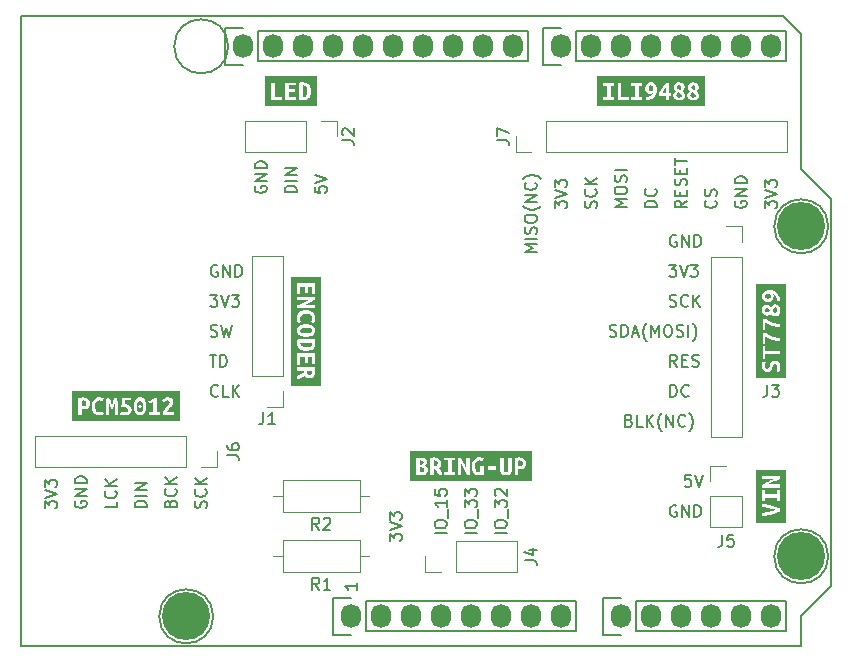
<source format=gbr>
%TF.GenerationSoftware,KiCad,Pcbnew,(6.0.5-0)*%
%TF.CreationDate,2022-05-20T22:42:26+09:00*%
%TF.ProjectId,esp32_internet_radio_v4,65737033-325f-4696-9e74-65726e65745f,rev?*%
%TF.SameCoordinates,PX69db1f0PY7882d48*%
%TF.FileFunction,Legend,Top*%
%TF.FilePolarity,Positive*%
%FSLAX46Y46*%
G04 Gerber Fmt 4.6, Leading zero omitted, Abs format (unit mm)*
G04 Created by KiCad (PCBNEW (6.0.5-0)) date 2022-05-20 22:42:26*
%MOMM*%
%LPD*%
G01*
G04 APERTURE LIST*
%TA.AperFunction,Profile*%
%ADD10C,0.150000*%
%TD*%
%ADD11C,0.150000*%
%ADD12C,0.120000*%
%ADD13O,1.727200X2.032000*%
%ADD14C,4.064000*%
G04 APERTURE END LIST*
D10*
X68580000Y37846000D02*
X66040000Y40386000D01*
X66040000Y0D02*
X66040000Y2540000D01*
X66040000Y51816000D02*
X64516000Y53340000D01*
X66040000Y2540000D02*
X68580000Y5080000D01*
X0Y53340000D02*
X0Y0D01*
X68580000Y5080000D02*
X68580000Y37846000D01*
X0Y0D02*
X66040000Y0D01*
X64516000Y53340000D02*
X0Y53340000D01*
X66040000Y40386000D02*
X66040000Y51816000D01*
D11*
X8072380Y12241786D02*
X8072380Y11765596D01*
X7072380Y11765596D01*
X7977142Y13146548D02*
X8024761Y13098929D01*
X8072380Y12956072D01*
X8072380Y12860834D01*
X8024761Y12717977D01*
X7929523Y12622739D01*
X7834285Y12575120D01*
X7643809Y12527500D01*
X7500952Y12527500D01*
X7310476Y12575120D01*
X7215238Y12622739D01*
X7120000Y12717977D01*
X7072380Y12860834D01*
X7072380Y12956072D01*
X7120000Y13098929D01*
X7167619Y13146548D01*
X8072380Y13575120D02*
X7072380Y13575120D01*
X8072380Y14146548D02*
X7500952Y13717977D01*
X7072380Y14146548D02*
X7643809Y13575120D01*
X49817976Y26265239D02*
X49960833Y26217620D01*
X50198928Y26217620D01*
X50294166Y26265239D01*
X50341785Y26312858D01*
X50389404Y26408096D01*
X50389404Y26503334D01*
X50341785Y26598572D01*
X50294166Y26646191D01*
X50198928Y26693810D01*
X50008452Y26741429D01*
X49913214Y26789048D01*
X49865595Y26836667D01*
X49817976Y26931905D01*
X49817976Y27027143D01*
X49865595Y27122381D01*
X49913214Y27170000D01*
X50008452Y27217620D01*
X50246547Y27217620D01*
X50389404Y27170000D01*
X50817976Y26217620D02*
X50817976Y27217620D01*
X51056071Y27217620D01*
X51198928Y27170000D01*
X51294166Y27074762D01*
X51341785Y26979524D01*
X51389404Y26789048D01*
X51389404Y26646191D01*
X51341785Y26455715D01*
X51294166Y26360477D01*
X51198928Y26265239D01*
X51056071Y26217620D01*
X50817976Y26217620D01*
X51770357Y26503334D02*
X52246547Y26503334D01*
X51675119Y26217620D02*
X52008452Y27217620D01*
X52341785Y26217620D01*
X52960833Y25836667D02*
X52913214Y25884286D01*
X52817976Y26027143D01*
X52770357Y26122381D01*
X52722738Y26265239D01*
X52675119Y26503334D01*
X52675119Y26693810D01*
X52722738Y26931905D01*
X52770357Y27074762D01*
X52817976Y27170000D01*
X52913214Y27312858D01*
X52960833Y27360477D01*
X53341785Y26217620D02*
X53341785Y27217620D01*
X53675119Y26503334D01*
X54008452Y27217620D01*
X54008452Y26217620D01*
X54675119Y27217620D02*
X54865595Y27217620D01*
X54960833Y27170000D01*
X55056071Y27074762D01*
X55103690Y26884286D01*
X55103690Y26550953D01*
X55056071Y26360477D01*
X54960833Y26265239D01*
X54865595Y26217620D01*
X54675119Y26217620D01*
X54579880Y26265239D01*
X54484642Y26360477D01*
X54437023Y26550953D01*
X54437023Y26884286D01*
X54484642Y27074762D01*
X54579880Y27170000D01*
X54675119Y27217620D01*
X55484642Y26265239D02*
X55627500Y26217620D01*
X55865595Y26217620D01*
X55960833Y26265239D01*
X56008452Y26312858D01*
X56056071Y26408096D01*
X56056071Y26503334D01*
X56008452Y26598572D01*
X55960833Y26646191D01*
X55865595Y26693810D01*
X55675119Y26741429D01*
X55579880Y26789048D01*
X55532261Y26836667D01*
X55484642Y26931905D01*
X55484642Y27027143D01*
X55532261Y27122381D01*
X55579880Y27170000D01*
X55675119Y27217620D01*
X55913214Y27217620D01*
X56056071Y27170000D01*
X56484642Y26217620D02*
X56484642Y27217620D01*
X56865595Y25836667D02*
X56913214Y25884286D01*
X57008452Y26027143D01*
X57056071Y26122381D01*
X57103690Y26265239D01*
X57151309Y26503334D01*
X57151309Y26693810D01*
X57103690Y26931905D01*
X57056071Y27074762D01*
X57008452Y27170000D01*
X56913214Y27312858D01*
X56865595Y27360477D01*
X43632380Y33355596D02*
X42632380Y33355596D01*
X43346666Y33688929D01*
X42632380Y34022262D01*
X43632380Y34022262D01*
X43632380Y34498453D02*
X42632380Y34498453D01*
X43584761Y34927024D02*
X43632380Y35069881D01*
X43632380Y35307977D01*
X43584761Y35403215D01*
X43537142Y35450834D01*
X43441904Y35498453D01*
X43346666Y35498453D01*
X43251428Y35450834D01*
X43203809Y35403215D01*
X43156190Y35307977D01*
X43108571Y35117500D01*
X43060952Y35022262D01*
X43013333Y34974643D01*
X42918095Y34927024D01*
X42822857Y34927024D01*
X42727619Y34974643D01*
X42680000Y35022262D01*
X42632380Y35117500D01*
X42632380Y35355596D01*
X42680000Y35498453D01*
X42632380Y36117500D02*
X42632380Y36307977D01*
X42680000Y36403215D01*
X42775238Y36498453D01*
X42965714Y36546072D01*
X43299047Y36546072D01*
X43489523Y36498453D01*
X43584761Y36403215D01*
X43632380Y36307977D01*
X43632380Y36117500D01*
X43584761Y36022262D01*
X43489523Y35927024D01*
X43299047Y35879405D01*
X42965714Y35879405D01*
X42775238Y35927024D01*
X42680000Y36022262D01*
X42632380Y36117500D01*
X44013333Y37260358D02*
X43965714Y37212739D01*
X43822857Y37117500D01*
X43727619Y37069881D01*
X43584761Y37022262D01*
X43346666Y36974643D01*
X43156190Y36974643D01*
X42918095Y37022262D01*
X42775238Y37069881D01*
X42680000Y37117500D01*
X42537142Y37212739D01*
X42489523Y37260358D01*
X43632380Y37641310D02*
X42632380Y37641310D01*
X43632380Y38212739D01*
X42632380Y38212739D01*
X43537142Y39260358D02*
X43584761Y39212739D01*
X43632380Y39069881D01*
X43632380Y38974643D01*
X43584761Y38831786D01*
X43489523Y38736548D01*
X43394285Y38688929D01*
X43203809Y38641310D01*
X43060952Y38641310D01*
X42870476Y38688929D01*
X42775238Y38736548D01*
X42680000Y38831786D01*
X42632380Y38974643D01*
X42632380Y39069881D01*
X42680000Y39212739D01*
X42727619Y39260358D01*
X44013333Y39593691D02*
X43965714Y39641310D01*
X43822857Y39736548D01*
X43727619Y39784167D01*
X43584761Y39831786D01*
X43346666Y39879405D01*
X43156190Y39879405D01*
X42918095Y39831786D01*
X42775238Y39784167D01*
X42680000Y39736548D01*
X42537142Y39641310D01*
X42489523Y39593691D01*
X56691785Y14517620D02*
X56215595Y14517620D01*
X56167976Y14041429D01*
X56215595Y14089048D01*
X56310833Y14136667D01*
X56548928Y14136667D01*
X56644166Y14089048D01*
X56691785Y14041429D01*
X56739404Y13946191D01*
X56739404Y13708096D01*
X56691785Y13612858D01*
X56644166Y13565239D01*
X56548928Y13517620D01*
X56310833Y13517620D01*
X56215595Y13565239D01*
X56167976Y13612858D01*
X57025119Y14517620D02*
X57358452Y13517620D01*
X57691785Y14517620D01*
X16000357Y29757620D02*
X16619404Y29757620D01*
X16286071Y29376667D01*
X16428928Y29376667D01*
X16524166Y29329048D01*
X16571785Y29281429D01*
X16619404Y29186191D01*
X16619404Y28948096D01*
X16571785Y28852858D01*
X16524166Y28805239D01*
X16428928Y28757620D01*
X16143214Y28757620D01*
X16047976Y28805239D01*
X16000357Y28852858D01*
X16905119Y29757620D02*
X17238452Y28757620D01*
X17571785Y29757620D01*
X17809880Y29757620D02*
X18428928Y29757620D01*
X18095595Y29376667D01*
X18238452Y29376667D01*
X18333690Y29329048D01*
X18381309Y29281429D01*
X18428928Y29186191D01*
X18428928Y28948096D01*
X18381309Y28852858D01*
X18333690Y28805239D01*
X18238452Y28757620D01*
X17952738Y28757620D01*
X17857500Y28805239D01*
X17809880Y28852858D01*
X31202380Y8921905D02*
X31202380Y9540953D01*
X31583333Y9207620D01*
X31583333Y9350477D01*
X31630952Y9445715D01*
X31678571Y9493334D01*
X31773809Y9540953D01*
X32011904Y9540953D01*
X32107142Y9493334D01*
X32154761Y9445715D01*
X32202380Y9350477D01*
X32202380Y9064762D01*
X32154761Y8969524D01*
X32107142Y8921905D01*
X31202380Y9826667D02*
X32202380Y10160000D01*
X31202380Y10493334D01*
X31202380Y10731429D02*
X31202380Y11350477D01*
X31583333Y11017143D01*
X31583333Y11160000D01*
X31630952Y11255239D01*
X31678571Y11302858D01*
X31773809Y11350477D01*
X32011904Y11350477D01*
X32107142Y11302858D01*
X32154761Y11255239D01*
X32202380Y11160000D01*
X32202380Y10874286D01*
X32154761Y10779048D01*
X32107142Y10731429D01*
X55469404Y11900000D02*
X55374166Y11947620D01*
X55231309Y11947620D01*
X55088452Y11900000D01*
X54993214Y11804762D01*
X54945595Y11709524D01*
X54897976Y11519048D01*
X54897976Y11376191D01*
X54945595Y11185715D01*
X54993214Y11090477D01*
X55088452Y10995239D01*
X55231309Y10947620D01*
X55326547Y10947620D01*
X55469404Y10995239D01*
X55517023Y11042858D01*
X55517023Y11376191D01*
X55326547Y11376191D01*
X55945595Y10947620D02*
X55945595Y11947620D01*
X56517023Y10947620D01*
X56517023Y11947620D01*
X56993214Y10947620D02*
X56993214Y11947620D01*
X57231309Y11947620D01*
X57374166Y11900000D01*
X57469404Y11804762D01*
X57517023Y11709524D01*
X57564642Y11519048D01*
X57564642Y11376191D01*
X57517023Y11185715D01*
X57469404Y11090477D01*
X57374166Y10995239D01*
X57231309Y10947620D01*
X56993214Y10947620D01*
X55517023Y23677620D02*
X55183690Y24153810D01*
X54945595Y23677620D02*
X54945595Y24677620D01*
X55326547Y24677620D01*
X55421785Y24630000D01*
X55469404Y24582381D01*
X55517023Y24487143D01*
X55517023Y24344286D01*
X55469404Y24249048D01*
X55421785Y24201429D01*
X55326547Y24153810D01*
X54945595Y24153810D01*
X55945595Y24201429D02*
X56278928Y24201429D01*
X56421785Y23677620D02*
X55945595Y23677620D01*
X55945595Y24677620D01*
X56421785Y24677620D01*
X56802738Y23725239D02*
X56945595Y23677620D01*
X57183690Y23677620D01*
X57278928Y23725239D01*
X57326547Y23772858D01*
X57374166Y23868096D01*
X57374166Y23963334D01*
X57326547Y24058572D01*
X57278928Y24106191D01*
X57183690Y24153810D01*
X56993214Y24201429D01*
X56897976Y24249048D01*
X56850357Y24296667D01*
X56802738Y24391905D01*
X56802738Y24487143D01*
X56850357Y24582381D01*
X56897976Y24630000D01*
X56993214Y24677620D01*
X57231309Y24677620D01*
X57374166Y24630000D01*
X38552380Y9572858D02*
X37552380Y9572858D01*
X37552380Y10239524D02*
X37552380Y10430000D01*
X37600000Y10525239D01*
X37695238Y10620477D01*
X37885714Y10668096D01*
X38219047Y10668096D01*
X38409523Y10620477D01*
X38504761Y10525239D01*
X38552380Y10430000D01*
X38552380Y10239524D01*
X38504761Y10144286D01*
X38409523Y10049048D01*
X38219047Y10001429D01*
X37885714Y10001429D01*
X37695238Y10049048D01*
X37600000Y10144286D01*
X37552380Y10239524D01*
X38647619Y10858572D02*
X38647619Y11620477D01*
X37552380Y11763334D02*
X37552380Y12382381D01*
X37933333Y12049048D01*
X37933333Y12191905D01*
X37980952Y12287143D01*
X38028571Y12334762D01*
X38123809Y12382381D01*
X38361904Y12382381D01*
X38457142Y12334762D01*
X38504761Y12287143D01*
X38552380Y12191905D01*
X38552380Y11906191D01*
X38504761Y11810953D01*
X38457142Y11763334D01*
X37552380Y12715715D02*
X37552380Y13334762D01*
X37933333Y13001429D01*
X37933333Y13144286D01*
X37980952Y13239524D01*
X38028571Y13287143D01*
X38123809Y13334762D01*
X38361904Y13334762D01*
X38457142Y13287143D01*
X38504761Y13239524D01*
X38552380Y13144286D01*
X38552380Y12858572D01*
X38504761Y12763334D01*
X38457142Y12715715D01*
X51252380Y37165596D02*
X50252380Y37165596D01*
X50966666Y37498929D01*
X50252380Y37832262D01*
X51252380Y37832262D01*
X50252380Y38498929D02*
X50252380Y38689405D01*
X50300000Y38784643D01*
X50395238Y38879881D01*
X50585714Y38927500D01*
X50919047Y38927500D01*
X51109523Y38879881D01*
X51204761Y38784643D01*
X51252380Y38689405D01*
X51252380Y38498929D01*
X51204761Y38403691D01*
X51109523Y38308453D01*
X50919047Y38260834D01*
X50585714Y38260834D01*
X50395238Y38308453D01*
X50300000Y38403691D01*
X50252380Y38498929D01*
X51204761Y39308453D02*
X51252380Y39451310D01*
X51252380Y39689405D01*
X51204761Y39784643D01*
X51157142Y39832262D01*
X51061904Y39879881D01*
X50966666Y39879881D01*
X50871428Y39832262D01*
X50823809Y39784643D01*
X50776190Y39689405D01*
X50728571Y39498929D01*
X50680952Y39403691D01*
X50633333Y39356072D01*
X50538095Y39308453D01*
X50442857Y39308453D01*
X50347619Y39356072D01*
X50300000Y39403691D01*
X50252380Y39498929D01*
X50252380Y39737024D01*
X50300000Y39879881D01*
X51252380Y40308453D02*
X50252380Y40308453D01*
X56332380Y37737024D02*
X55856190Y37403691D01*
X56332380Y37165596D02*
X55332380Y37165596D01*
X55332380Y37546548D01*
X55380000Y37641786D01*
X55427619Y37689405D01*
X55522857Y37737024D01*
X55665714Y37737024D01*
X55760952Y37689405D01*
X55808571Y37641786D01*
X55856190Y37546548D01*
X55856190Y37165596D01*
X55808571Y38165596D02*
X55808571Y38498929D01*
X56332380Y38641786D02*
X56332380Y38165596D01*
X55332380Y38165596D01*
X55332380Y38641786D01*
X56284761Y39022739D02*
X56332380Y39165596D01*
X56332380Y39403691D01*
X56284761Y39498929D01*
X56237142Y39546548D01*
X56141904Y39594167D01*
X56046666Y39594167D01*
X55951428Y39546548D01*
X55903809Y39498929D01*
X55856190Y39403691D01*
X55808571Y39213215D01*
X55760952Y39117977D01*
X55713333Y39070358D01*
X55618095Y39022739D01*
X55522857Y39022739D01*
X55427619Y39070358D01*
X55380000Y39117977D01*
X55332380Y39213215D01*
X55332380Y39451310D01*
X55380000Y39594167D01*
X55808571Y40022739D02*
X55808571Y40356072D01*
X56332380Y40498929D02*
X56332380Y40022739D01*
X55332380Y40022739D01*
X55332380Y40498929D01*
X55332380Y40784643D02*
X55332380Y41356072D01*
X56332380Y41070358D02*
X55332380Y41070358D01*
X16619404Y32250000D02*
X16524166Y32297620D01*
X16381309Y32297620D01*
X16238452Y32250000D01*
X16143214Y32154762D01*
X16095595Y32059524D01*
X16047976Y31869048D01*
X16047976Y31726191D01*
X16095595Y31535715D01*
X16143214Y31440477D01*
X16238452Y31345239D01*
X16381309Y31297620D01*
X16476547Y31297620D01*
X16619404Y31345239D01*
X16667023Y31392858D01*
X16667023Y31726191D01*
X16476547Y31726191D01*
X17095595Y31297620D02*
X17095595Y32297620D01*
X17667023Y31297620D01*
X17667023Y32297620D01*
X18143214Y31297620D02*
X18143214Y32297620D01*
X18381309Y32297620D01*
X18524166Y32250000D01*
X18619404Y32154762D01*
X18667023Y32059524D01*
X18714642Y31869048D01*
X18714642Y31726191D01*
X18667023Y31535715D01*
X18619404Y31440477D01*
X18524166Y31345239D01*
X18381309Y31297620D01*
X18143214Y31297620D01*
X54897976Y28805239D02*
X55040833Y28757620D01*
X55278928Y28757620D01*
X55374166Y28805239D01*
X55421785Y28852858D01*
X55469404Y28948096D01*
X55469404Y29043334D01*
X55421785Y29138572D01*
X55374166Y29186191D01*
X55278928Y29233810D01*
X55088452Y29281429D01*
X54993214Y29329048D01*
X54945595Y29376667D01*
X54897976Y29471905D01*
X54897976Y29567143D01*
X54945595Y29662381D01*
X54993214Y29710000D01*
X55088452Y29757620D01*
X55326547Y29757620D01*
X55469404Y29710000D01*
X56469404Y28852858D02*
X56421785Y28805239D01*
X56278928Y28757620D01*
X56183690Y28757620D01*
X56040833Y28805239D01*
X55945595Y28900477D01*
X55897976Y28995715D01*
X55850357Y29186191D01*
X55850357Y29329048D01*
X55897976Y29519524D01*
X55945595Y29614762D01*
X56040833Y29710000D01*
X56183690Y29757620D01*
X56278928Y29757620D01*
X56421785Y29710000D01*
X56469404Y29662381D01*
X56897976Y28757620D02*
X56897976Y29757620D01*
X57469404Y28757620D02*
X57040833Y29329048D01*
X57469404Y29757620D02*
X56897976Y29186191D01*
X24852380Y38911786D02*
X24852380Y38435596D01*
X25328571Y38387977D01*
X25280952Y38435596D01*
X25233333Y38530834D01*
X25233333Y38768929D01*
X25280952Y38864167D01*
X25328571Y38911786D01*
X25423809Y38959405D01*
X25661904Y38959405D01*
X25757142Y38911786D01*
X25804761Y38864167D01*
X25852380Y38768929D01*
X25852380Y38530834D01*
X25804761Y38435596D01*
X25757142Y38387977D01*
X24852380Y39245120D02*
X25852380Y39578453D01*
X24852380Y39911786D01*
X1992380Y11670358D02*
X1992380Y12289405D01*
X2373333Y11956072D01*
X2373333Y12098929D01*
X2420952Y12194167D01*
X2468571Y12241786D01*
X2563809Y12289405D01*
X2801904Y12289405D01*
X2897142Y12241786D01*
X2944761Y12194167D01*
X2992380Y12098929D01*
X2992380Y11813215D01*
X2944761Y11717977D01*
X2897142Y11670358D01*
X1992380Y12575120D02*
X2992380Y12908453D01*
X1992380Y13241786D01*
X1992380Y13479881D02*
X1992380Y14098929D01*
X2373333Y13765596D01*
X2373333Y13908453D01*
X2420952Y14003691D01*
X2468571Y14051310D01*
X2563809Y14098929D01*
X2801904Y14098929D01*
X2897142Y14051310D01*
X2944761Y14003691D01*
X2992380Y13908453D01*
X2992380Y13622739D01*
X2944761Y13527500D01*
X2897142Y13479881D01*
X12628571Y12098929D02*
X12676190Y12241786D01*
X12723809Y12289405D01*
X12819047Y12337024D01*
X12961904Y12337024D01*
X13057142Y12289405D01*
X13104761Y12241786D01*
X13152380Y12146548D01*
X13152380Y11765596D01*
X12152380Y11765596D01*
X12152380Y12098929D01*
X12200000Y12194167D01*
X12247619Y12241786D01*
X12342857Y12289405D01*
X12438095Y12289405D01*
X12533333Y12241786D01*
X12580952Y12194167D01*
X12628571Y12098929D01*
X12628571Y11765596D01*
X13057142Y13337024D02*
X13104761Y13289405D01*
X13152380Y13146548D01*
X13152380Y13051310D01*
X13104761Y12908453D01*
X13009523Y12813215D01*
X12914285Y12765596D01*
X12723809Y12717977D01*
X12580952Y12717977D01*
X12390476Y12765596D01*
X12295238Y12813215D01*
X12200000Y12908453D01*
X12152380Y13051310D01*
X12152380Y13146548D01*
X12200000Y13289405D01*
X12247619Y13337024D01*
X13152380Y13765596D02*
X12152380Y13765596D01*
X13152380Y14337024D02*
X12580952Y13908453D01*
X12152380Y14337024D02*
X12723809Y13765596D01*
X48664761Y37117977D02*
X48712380Y37260834D01*
X48712380Y37498929D01*
X48664761Y37594167D01*
X48617142Y37641786D01*
X48521904Y37689405D01*
X48426666Y37689405D01*
X48331428Y37641786D01*
X48283809Y37594167D01*
X48236190Y37498929D01*
X48188571Y37308453D01*
X48140952Y37213215D01*
X48093333Y37165596D01*
X47998095Y37117977D01*
X47902857Y37117977D01*
X47807619Y37165596D01*
X47760000Y37213215D01*
X47712380Y37308453D01*
X47712380Y37546548D01*
X47760000Y37689405D01*
X48617142Y38689405D02*
X48664761Y38641786D01*
X48712380Y38498929D01*
X48712380Y38403691D01*
X48664761Y38260834D01*
X48569523Y38165596D01*
X48474285Y38117977D01*
X48283809Y38070358D01*
X48140952Y38070358D01*
X47950476Y38117977D01*
X47855238Y38165596D01*
X47760000Y38260834D01*
X47712380Y38403691D01*
X47712380Y38498929D01*
X47760000Y38641786D01*
X47807619Y38689405D01*
X48712380Y39117977D02*
X47712380Y39117977D01*
X48712380Y39689405D02*
X48140952Y39260834D01*
X47712380Y39689405D02*
X48283809Y39117977D01*
X41092380Y9572858D02*
X40092380Y9572858D01*
X40092380Y10239524D02*
X40092380Y10430000D01*
X40140000Y10525239D01*
X40235238Y10620477D01*
X40425714Y10668096D01*
X40759047Y10668096D01*
X40949523Y10620477D01*
X41044761Y10525239D01*
X41092380Y10430000D01*
X41092380Y10239524D01*
X41044761Y10144286D01*
X40949523Y10049048D01*
X40759047Y10001429D01*
X40425714Y10001429D01*
X40235238Y10049048D01*
X40140000Y10144286D01*
X40092380Y10239524D01*
X41187619Y10858572D02*
X41187619Y11620477D01*
X40092380Y11763334D02*
X40092380Y12382381D01*
X40473333Y12049048D01*
X40473333Y12191905D01*
X40520952Y12287143D01*
X40568571Y12334762D01*
X40663809Y12382381D01*
X40901904Y12382381D01*
X40997142Y12334762D01*
X41044761Y12287143D01*
X41092380Y12191905D01*
X41092380Y11906191D01*
X41044761Y11810953D01*
X40997142Y11763334D01*
X40187619Y12763334D02*
X40140000Y12810953D01*
X40092380Y12906191D01*
X40092380Y13144286D01*
X40140000Y13239524D01*
X40187619Y13287143D01*
X40282857Y13334762D01*
X40378095Y13334762D01*
X40520952Y13287143D01*
X41092380Y12715715D01*
X41092380Y13334762D01*
X16667023Y21232858D02*
X16619404Y21185239D01*
X16476547Y21137620D01*
X16381309Y21137620D01*
X16238452Y21185239D01*
X16143214Y21280477D01*
X16095595Y21375715D01*
X16047976Y21566191D01*
X16047976Y21709048D01*
X16095595Y21899524D01*
X16143214Y21994762D01*
X16238452Y22090000D01*
X16381309Y22137620D01*
X16476547Y22137620D01*
X16619404Y22090000D01*
X16667023Y22042381D01*
X17571785Y21137620D02*
X17095595Y21137620D01*
X17095595Y22137620D01*
X17905119Y21137620D02*
X17905119Y22137620D01*
X18476547Y21137620D02*
X18047976Y21709048D01*
X18476547Y22137620D02*
X17905119Y21566191D01*
X15644761Y11717977D02*
X15692380Y11860834D01*
X15692380Y12098929D01*
X15644761Y12194167D01*
X15597142Y12241786D01*
X15501904Y12289405D01*
X15406666Y12289405D01*
X15311428Y12241786D01*
X15263809Y12194167D01*
X15216190Y12098929D01*
X15168571Y11908453D01*
X15120952Y11813215D01*
X15073333Y11765596D01*
X14978095Y11717977D01*
X14882857Y11717977D01*
X14787619Y11765596D01*
X14740000Y11813215D01*
X14692380Y11908453D01*
X14692380Y12146548D01*
X14740000Y12289405D01*
X15597142Y13289405D02*
X15644761Y13241786D01*
X15692380Y13098929D01*
X15692380Y13003691D01*
X15644761Y12860834D01*
X15549523Y12765596D01*
X15454285Y12717977D01*
X15263809Y12670358D01*
X15120952Y12670358D01*
X14930476Y12717977D01*
X14835238Y12765596D01*
X14740000Y12860834D01*
X14692380Y13003691D01*
X14692380Y13098929D01*
X14740000Y13241786D01*
X14787619Y13289405D01*
X15692380Y13717977D02*
X14692380Y13717977D01*
X15692380Y14289405D02*
X15120952Y13860834D01*
X14692380Y14289405D02*
X15263809Y13717977D01*
X55469404Y34790000D02*
X55374166Y34837620D01*
X55231309Y34837620D01*
X55088452Y34790000D01*
X54993214Y34694762D01*
X54945595Y34599524D01*
X54897976Y34409048D01*
X54897976Y34266191D01*
X54945595Y34075715D01*
X54993214Y33980477D01*
X55088452Y33885239D01*
X55231309Y33837620D01*
X55326547Y33837620D01*
X55469404Y33885239D01*
X55517023Y33932858D01*
X55517023Y34266191D01*
X55326547Y34266191D01*
X55945595Y33837620D02*
X55945595Y34837620D01*
X56517023Y33837620D01*
X56517023Y34837620D01*
X56993214Y33837620D02*
X56993214Y34837620D01*
X57231309Y34837620D01*
X57374166Y34790000D01*
X57469404Y34694762D01*
X57517023Y34599524D01*
X57564642Y34409048D01*
X57564642Y34266191D01*
X57517023Y34075715D01*
X57469404Y33980477D01*
X57374166Y33885239D01*
X57231309Y33837620D01*
X56993214Y33837620D01*
X54850357Y32297620D02*
X55469404Y32297620D01*
X55136071Y31916667D01*
X55278928Y31916667D01*
X55374166Y31869048D01*
X55421785Y31821429D01*
X55469404Y31726191D01*
X55469404Y31488096D01*
X55421785Y31392858D01*
X55374166Y31345239D01*
X55278928Y31297620D01*
X54993214Y31297620D01*
X54897976Y31345239D01*
X54850357Y31392858D01*
X55755119Y32297620D02*
X56088452Y31297620D01*
X56421785Y32297620D01*
X56659880Y32297620D02*
X57278928Y32297620D01*
X56945595Y31916667D01*
X57088452Y31916667D01*
X57183690Y31869048D01*
X57231309Y31821429D01*
X57278928Y31726191D01*
X57278928Y31488096D01*
X57231309Y31392858D01*
X57183690Y31345239D01*
X57088452Y31297620D01*
X56802738Y31297620D01*
X56707500Y31345239D01*
X56659880Y31392858D01*
X45172380Y37070358D02*
X45172380Y37689405D01*
X45553333Y37356072D01*
X45553333Y37498929D01*
X45600952Y37594167D01*
X45648571Y37641786D01*
X45743809Y37689405D01*
X45981904Y37689405D01*
X46077142Y37641786D01*
X46124761Y37594167D01*
X46172380Y37498929D01*
X46172380Y37213215D01*
X46124761Y37117977D01*
X46077142Y37070358D01*
X45172380Y37975120D02*
X46172380Y38308453D01*
X45172380Y38641786D01*
X45172380Y38879881D02*
X45172380Y39498929D01*
X45553333Y39165596D01*
X45553333Y39308453D01*
X45600952Y39403691D01*
X45648571Y39451310D01*
X45743809Y39498929D01*
X45981904Y39498929D01*
X46077142Y39451310D01*
X46124761Y39403691D01*
X46172380Y39308453D01*
X46172380Y39022739D01*
X46124761Y38927500D01*
X46077142Y38879881D01*
X58777142Y37737024D02*
X58824761Y37689405D01*
X58872380Y37546548D01*
X58872380Y37451310D01*
X58824761Y37308453D01*
X58729523Y37213215D01*
X58634285Y37165596D01*
X58443809Y37117977D01*
X58300952Y37117977D01*
X58110476Y37165596D01*
X58015238Y37213215D01*
X57920000Y37308453D01*
X57872380Y37451310D01*
X57872380Y37546548D01*
X57920000Y37689405D01*
X57967619Y37737024D01*
X58824761Y38117977D02*
X58872380Y38260834D01*
X58872380Y38498929D01*
X58824761Y38594167D01*
X58777142Y38641786D01*
X58681904Y38689405D01*
X58586666Y38689405D01*
X58491428Y38641786D01*
X58443809Y38594167D01*
X58396190Y38498929D01*
X58348571Y38308453D01*
X58300952Y38213215D01*
X58253333Y38165596D01*
X58158095Y38117977D01*
X58062857Y38117977D01*
X57967619Y38165596D01*
X57920000Y38213215D01*
X57872380Y38308453D01*
X57872380Y38546548D01*
X57920000Y38689405D01*
X62952380Y37070358D02*
X62952380Y37689405D01*
X63333333Y37356072D01*
X63333333Y37498929D01*
X63380952Y37594167D01*
X63428571Y37641786D01*
X63523809Y37689405D01*
X63761904Y37689405D01*
X63857142Y37641786D01*
X63904761Y37594167D01*
X63952380Y37498929D01*
X63952380Y37213215D01*
X63904761Y37117977D01*
X63857142Y37070358D01*
X62952380Y37975120D02*
X63952380Y38308453D01*
X62952380Y38641786D01*
X62952380Y38879881D02*
X62952380Y39498929D01*
X63333333Y39165596D01*
X63333333Y39308453D01*
X63380952Y39403691D01*
X63428571Y39451310D01*
X63523809Y39498929D01*
X63761904Y39498929D01*
X63857142Y39451310D01*
X63904761Y39403691D01*
X63952380Y39308453D01*
X63952380Y39022739D01*
X63904761Y38927500D01*
X63857142Y38879881D01*
X4580000Y12289405D02*
X4532380Y12194167D01*
X4532380Y12051310D01*
X4580000Y11908453D01*
X4675238Y11813215D01*
X4770476Y11765596D01*
X4960952Y11717977D01*
X5103809Y11717977D01*
X5294285Y11765596D01*
X5389523Y11813215D01*
X5484761Y11908453D01*
X5532380Y12051310D01*
X5532380Y12146548D01*
X5484761Y12289405D01*
X5437142Y12337024D01*
X5103809Y12337024D01*
X5103809Y12146548D01*
X5532380Y12765596D02*
X4532380Y12765596D01*
X5532380Y13337024D01*
X4532380Y13337024D01*
X5532380Y13813215D02*
X4532380Y13813215D01*
X4532380Y14051310D01*
X4580000Y14194167D01*
X4675238Y14289405D01*
X4770476Y14337024D01*
X4960952Y14384643D01*
X5103809Y14384643D01*
X5294285Y14337024D01*
X5389523Y14289405D01*
X5484761Y14194167D01*
X5532380Y14051310D01*
X5532380Y13813215D01*
X15952738Y24677620D02*
X16524166Y24677620D01*
X16238452Y23677620D02*
X16238452Y24677620D01*
X16857500Y23677620D02*
X16857500Y24677620D01*
X17095595Y24677620D01*
X17238452Y24630000D01*
X17333690Y24534762D01*
X17381309Y24439524D01*
X17428928Y24249048D01*
X17428928Y24106191D01*
X17381309Y23915715D01*
X17333690Y23820477D01*
X17238452Y23725239D01*
X17095595Y23677620D01*
X16857500Y23677620D01*
X36012380Y9572858D02*
X35012380Y9572858D01*
X35012380Y10239524D02*
X35012380Y10430000D01*
X35060000Y10525239D01*
X35155238Y10620477D01*
X35345714Y10668096D01*
X35679047Y10668096D01*
X35869523Y10620477D01*
X35964761Y10525239D01*
X36012380Y10430000D01*
X36012380Y10239524D01*
X35964761Y10144286D01*
X35869523Y10049048D01*
X35679047Y10001429D01*
X35345714Y10001429D01*
X35155238Y10049048D01*
X35060000Y10144286D01*
X35012380Y10239524D01*
X36107619Y10858572D02*
X36107619Y11620477D01*
X36012380Y12382381D02*
X36012380Y11810953D01*
X36012380Y12096667D02*
X35012380Y12096667D01*
X35155238Y12001429D01*
X35250476Y11906191D01*
X35298095Y11810953D01*
X35012380Y13287143D02*
X35012380Y12810953D01*
X35488571Y12763334D01*
X35440952Y12810953D01*
X35393333Y12906191D01*
X35393333Y13144286D01*
X35440952Y13239524D01*
X35488571Y13287143D01*
X35583809Y13334762D01*
X35821904Y13334762D01*
X35917142Y13287143D01*
X35964761Y13239524D01*
X36012380Y13144286D01*
X36012380Y12906191D01*
X35964761Y12810953D01*
X35917142Y12763334D01*
X54945595Y21137620D02*
X54945595Y22137620D01*
X55183690Y22137620D01*
X55326547Y22090000D01*
X55421785Y21994762D01*
X55469404Y21899524D01*
X55517023Y21709048D01*
X55517023Y21566191D01*
X55469404Y21375715D01*
X55421785Y21280477D01*
X55326547Y21185239D01*
X55183690Y21137620D01*
X54945595Y21137620D01*
X56517023Y21232858D02*
X56469404Y21185239D01*
X56326547Y21137620D01*
X56231309Y21137620D01*
X56088452Y21185239D01*
X55993214Y21280477D01*
X55945595Y21375715D01*
X55897976Y21566191D01*
X55897976Y21709048D01*
X55945595Y21899524D01*
X55993214Y21994762D01*
X56088452Y22090000D01*
X56231309Y22137620D01*
X56326547Y22137620D01*
X56469404Y22090000D01*
X56517023Y22042381D01*
X10612380Y11765596D02*
X9612380Y11765596D01*
X9612380Y12003691D01*
X9660000Y12146548D01*
X9755238Y12241786D01*
X9850476Y12289405D01*
X10040952Y12337024D01*
X10183809Y12337024D01*
X10374285Y12289405D01*
X10469523Y12241786D01*
X10564761Y12146548D01*
X10612380Y12003691D01*
X10612380Y11765596D01*
X10612380Y12765596D02*
X9612380Y12765596D01*
X10612380Y13241786D02*
X9612380Y13241786D01*
X10612380Y13813215D01*
X9612380Y13813215D01*
X28392380Y5365715D02*
X28392380Y4794286D01*
X28392380Y5080000D02*
X27392380Y5080000D01*
X27535238Y4984762D01*
X27630476Y4889524D01*
X27678095Y4794286D01*
X60460000Y37689405D02*
X60412380Y37594167D01*
X60412380Y37451310D01*
X60460000Y37308453D01*
X60555238Y37213215D01*
X60650476Y37165596D01*
X60840952Y37117977D01*
X60983809Y37117977D01*
X61174285Y37165596D01*
X61269523Y37213215D01*
X61364761Y37308453D01*
X61412380Y37451310D01*
X61412380Y37546548D01*
X61364761Y37689405D01*
X61317142Y37737024D01*
X60983809Y37737024D01*
X60983809Y37546548D01*
X61412380Y38165596D02*
X60412380Y38165596D01*
X61412380Y38737024D01*
X60412380Y38737024D01*
X61412380Y39213215D02*
X60412380Y39213215D01*
X60412380Y39451310D01*
X60460000Y39594167D01*
X60555238Y39689405D01*
X60650476Y39737024D01*
X60840952Y39784643D01*
X60983809Y39784643D01*
X61174285Y39737024D01*
X61269523Y39689405D01*
X61364761Y39594167D01*
X61412380Y39451310D01*
X61412380Y39213215D01*
X23312380Y38435596D02*
X22312380Y38435596D01*
X22312380Y38673691D01*
X22360000Y38816548D01*
X22455238Y38911786D01*
X22550476Y38959405D01*
X22740952Y39007024D01*
X22883809Y39007024D01*
X23074285Y38959405D01*
X23169523Y38911786D01*
X23264761Y38816548D01*
X23312380Y38673691D01*
X23312380Y38435596D01*
X23312380Y39435596D02*
X22312380Y39435596D01*
X23312380Y39911786D02*
X22312380Y39911786D01*
X23312380Y40483215D01*
X22312380Y40483215D01*
X19820000Y38959405D02*
X19772380Y38864167D01*
X19772380Y38721310D01*
X19820000Y38578453D01*
X19915238Y38483215D01*
X20010476Y38435596D01*
X20200952Y38387977D01*
X20343809Y38387977D01*
X20534285Y38435596D01*
X20629523Y38483215D01*
X20724761Y38578453D01*
X20772380Y38721310D01*
X20772380Y38816548D01*
X20724761Y38959405D01*
X20677142Y39007024D01*
X20343809Y39007024D01*
X20343809Y38816548D01*
X20772380Y39435596D02*
X19772380Y39435596D01*
X20772380Y40007024D01*
X19772380Y40007024D01*
X20772380Y40483215D02*
X19772380Y40483215D01*
X19772380Y40721310D01*
X19820000Y40864167D01*
X19915238Y40959405D01*
X20010476Y41007024D01*
X20200952Y41054643D01*
X20343809Y41054643D01*
X20534285Y41007024D01*
X20629523Y40959405D01*
X20724761Y40864167D01*
X20772380Y40721310D01*
X20772380Y40483215D01*
X16047976Y26265239D02*
X16190833Y26217620D01*
X16428928Y26217620D01*
X16524166Y26265239D01*
X16571785Y26312858D01*
X16619404Y26408096D01*
X16619404Y26503334D01*
X16571785Y26598572D01*
X16524166Y26646191D01*
X16428928Y26693810D01*
X16238452Y26741429D01*
X16143214Y26789048D01*
X16095595Y26836667D01*
X16047976Y26931905D01*
X16047976Y27027143D01*
X16095595Y27122381D01*
X16143214Y27170000D01*
X16238452Y27217620D01*
X16476547Y27217620D01*
X16619404Y27170000D01*
X16952738Y27217620D02*
X17190833Y26217620D01*
X17381309Y26931905D01*
X17571785Y26217620D01*
X17809880Y27217620D01*
X51468928Y19121429D02*
X51611785Y19073810D01*
X51659404Y19026191D01*
X51707023Y18930953D01*
X51707023Y18788096D01*
X51659404Y18692858D01*
X51611785Y18645239D01*
X51516547Y18597620D01*
X51135595Y18597620D01*
X51135595Y19597620D01*
X51468928Y19597620D01*
X51564166Y19550000D01*
X51611785Y19502381D01*
X51659404Y19407143D01*
X51659404Y19311905D01*
X51611785Y19216667D01*
X51564166Y19169048D01*
X51468928Y19121429D01*
X51135595Y19121429D01*
X52611785Y18597620D02*
X52135595Y18597620D01*
X52135595Y19597620D01*
X52945119Y18597620D02*
X52945119Y19597620D01*
X53516547Y18597620D02*
X53087976Y19169048D01*
X53516547Y19597620D02*
X52945119Y19026191D01*
X54230833Y18216667D02*
X54183214Y18264286D01*
X54087976Y18407143D01*
X54040357Y18502381D01*
X53992738Y18645239D01*
X53945119Y18883334D01*
X53945119Y19073810D01*
X53992738Y19311905D01*
X54040357Y19454762D01*
X54087976Y19550000D01*
X54183214Y19692858D01*
X54230833Y19740477D01*
X54611785Y18597620D02*
X54611785Y19597620D01*
X55183214Y18597620D01*
X55183214Y19597620D01*
X56230833Y18692858D02*
X56183214Y18645239D01*
X56040357Y18597620D01*
X55945119Y18597620D01*
X55802261Y18645239D01*
X55707023Y18740477D01*
X55659404Y18835715D01*
X55611785Y19026191D01*
X55611785Y19169048D01*
X55659404Y19359524D01*
X55707023Y19454762D01*
X55802261Y19550000D01*
X55945119Y19597620D01*
X56040357Y19597620D01*
X56183214Y19550000D01*
X56230833Y19502381D01*
X56564166Y18216667D02*
X56611785Y18264286D01*
X56707023Y18407143D01*
X56754642Y18502381D01*
X56802261Y18645239D01*
X56849880Y18883334D01*
X56849880Y19073810D01*
X56802261Y19311905D01*
X56754642Y19454762D01*
X56707023Y19550000D01*
X56611785Y19692858D01*
X56564166Y19740477D01*
X53792380Y37165596D02*
X52792380Y37165596D01*
X52792380Y37403691D01*
X52840000Y37546548D01*
X52935238Y37641786D01*
X53030476Y37689405D01*
X53220952Y37737024D01*
X53363809Y37737024D01*
X53554285Y37689405D01*
X53649523Y37641786D01*
X53744761Y37546548D01*
X53792380Y37403691D01*
X53792380Y37165596D01*
X53697142Y38737024D02*
X53744761Y38689405D01*
X53792380Y38546548D01*
X53792380Y38451310D01*
X53744761Y38308453D01*
X53649523Y38213215D01*
X53554285Y38165596D01*
X53363809Y38117977D01*
X53220952Y38117977D01*
X53030476Y38165596D01*
X52935238Y38213215D01*
X52840000Y38308453D01*
X52792380Y38451310D01*
X52792380Y38546548D01*
X52840000Y38689405D01*
X52887619Y38737024D01*
%TO.C,J1*%
X20506666Y19812620D02*
X20506666Y19098334D01*
X20459047Y18955477D01*
X20363809Y18860239D01*
X20220952Y18812620D01*
X20125714Y18812620D01*
X21506666Y18812620D02*
X20935238Y18812620D01*
X21220952Y18812620D02*
X21220952Y19812620D01*
X21125714Y19669762D01*
X21030476Y19574524D01*
X20935238Y19526905D01*
%TO.C,R1*%
X25233333Y4797620D02*
X24900000Y5273810D01*
X24661904Y4797620D02*
X24661904Y5797620D01*
X25042857Y5797620D01*
X25138095Y5750000D01*
X25185714Y5702381D01*
X25233333Y5607143D01*
X25233333Y5464286D01*
X25185714Y5369048D01*
X25138095Y5321429D01*
X25042857Y5273810D01*
X24661904Y5273810D01*
X26185714Y4797620D02*
X25614285Y4797620D01*
X25900000Y4797620D02*
X25900000Y5797620D01*
X25804761Y5654762D01*
X25709523Y5559524D01*
X25614285Y5511905D01*
%TO.C,J6*%
X17437380Y16176667D02*
X18151666Y16176667D01*
X18294523Y16129048D01*
X18389761Y16033810D01*
X18437380Y15890953D01*
X18437380Y15795715D01*
X17437380Y17081429D02*
X17437380Y16890953D01*
X17485000Y16795715D01*
X17532619Y16748096D01*
X17675476Y16652858D01*
X17865952Y16605239D01*
X18246904Y16605239D01*
X18342142Y16652858D01*
X18389761Y16700477D01*
X18437380Y16795715D01*
X18437380Y16986191D01*
X18389761Y17081429D01*
X18342142Y17129048D01*
X18246904Y17176667D01*
X18008809Y17176667D01*
X17913571Y17129048D01*
X17865952Y17081429D01*
X17818333Y16986191D01*
X17818333Y16795715D01*
X17865952Y16700477D01*
X17913571Y16652858D01*
X18008809Y16605239D01*
%TO.C,J3*%
X63166666Y22137620D02*
X63166666Y21423334D01*
X63119047Y21280477D01*
X63023809Y21185239D01*
X62880952Y21137620D01*
X62785714Y21137620D01*
X63547619Y22137620D02*
X64166666Y22137620D01*
X63833333Y21756667D01*
X63976190Y21756667D01*
X64071428Y21709048D01*
X64119047Y21661429D01*
X64166666Y21566191D01*
X64166666Y21328096D01*
X64119047Y21232858D01*
X64071428Y21185239D01*
X63976190Y21137620D01*
X63690476Y21137620D01*
X63595238Y21185239D01*
X63547619Y21232858D01*
%TO.C,R2*%
X25233333Y9877620D02*
X24900000Y10353810D01*
X24661904Y9877620D02*
X24661904Y10877620D01*
X25042857Y10877620D01*
X25138095Y10830000D01*
X25185714Y10782381D01*
X25233333Y10687143D01*
X25233333Y10544286D01*
X25185714Y10449048D01*
X25138095Y10401429D01*
X25042857Y10353810D01*
X24661904Y10353810D01*
X25614285Y10782381D02*
X25661904Y10830000D01*
X25757142Y10877620D01*
X25995238Y10877620D01*
X26090476Y10830000D01*
X26138095Y10782381D01*
X26185714Y10687143D01*
X26185714Y10591905D01*
X26138095Y10449048D01*
X25566666Y9877620D01*
X26185714Y9877620D01*
%TO.C,J4*%
X42632380Y7286667D02*
X43346666Y7286667D01*
X43489523Y7239048D01*
X43584761Y7143810D01*
X43632380Y7000953D01*
X43632380Y6905715D01*
X42965714Y8191429D02*
X43632380Y8191429D01*
X42584761Y7953334D02*
X43299047Y7715239D01*
X43299047Y8334286D01*
%TO.C,J7*%
X40312380Y42846667D02*
X41026666Y42846667D01*
X41169523Y42799048D01*
X41264761Y42703810D01*
X41312380Y42560953D01*
X41312380Y42465715D01*
X40312380Y43227620D02*
X40312380Y43894286D01*
X41312380Y43465715D01*
%TO.C,J2*%
X27167380Y42846667D02*
X27881666Y42846667D01*
X28024523Y42799048D01*
X28119761Y42703810D01*
X28167380Y42560953D01*
X28167380Y42465715D01*
X27262619Y43275239D02*
X27215000Y43322858D01*
X27167380Y43418096D01*
X27167380Y43656191D01*
X27215000Y43751429D01*
X27262619Y43799048D01*
X27357857Y43846667D01*
X27453095Y43846667D01*
X27595952Y43799048D01*
X28167380Y43227620D01*
X28167380Y43846667D01*
%TO.C,J5*%
X59356666Y9437620D02*
X59356666Y8723334D01*
X59309047Y8580477D01*
X59213809Y8485239D01*
X59070952Y8437620D01*
X58975714Y8437620D01*
X60309047Y9437620D02*
X59832857Y9437620D01*
X59785238Y8961429D01*
X59832857Y9009048D01*
X59928095Y9056667D01*
X60166190Y9056667D01*
X60261428Y9009048D01*
X60309047Y8961429D01*
X60356666Y8866191D01*
X60356666Y8628096D01*
X60309047Y8532858D01*
X60261428Y8485239D01*
X60166190Y8437620D01*
X59928095Y8437620D01*
X59832857Y8485239D01*
X59785238Y8532858D01*
D12*
%TO.C,J1*%
X19510000Y22865000D02*
X19510000Y33085000D01*
X22170000Y20265000D02*
X20840000Y20265000D01*
X22170000Y22865000D02*
X22170000Y33085000D01*
X22170000Y33085000D02*
X19510000Y33085000D01*
X22170000Y22865000D02*
X19510000Y22865000D01*
X22170000Y21595000D02*
X22170000Y20265000D01*
D11*
%TO.C,P1*%
X46990000Y1270000D02*
X46990000Y3810000D01*
X29210000Y1270000D02*
X46990000Y1270000D01*
X46990000Y3810000D02*
X29210000Y3810000D01*
X27940000Y4090000D02*
X26390000Y4090000D01*
X26390000Y4090000D02*
X26390000Y990000D01*
X26390000Y990000D02*
X27940000Y990000D01*
X29210000Y1270000D02*
X29210000Y3810000D01*
%TO.C,P2*%
X52070000Y1270000D02*
X52070000Y3810000D01*
X50800000Y4090000D02*
X49250000Y4090000D01*
X64770000Y3810000D02*
X52070000Y3810000D01*
X52070000Y1270000D02*
X64770000Y1270000D01*
X64770000Y1270000D02*
X64770000Y3810000D01*
X49250000Y4090000D02*
X49250000Y990000D01*
X49250000Y990000D02*
X50800000Y990000D01*
%TO.C,P3*%
X17246000Y52350000D02*
X17246000Y49250000D01*
X20066000Y49530000D02*
X42926000Y49530000D01*
X42926000Y49530000D02*
X42926000Y52070000D01*
X42926000Y52070000D02*
X20066000Y52070000D01*
X18796000Y52350000D02*
X17246000Y52350000D01*
X17246000Y49250000D02*
X18796000Y49250000D01*
X20066000Y49530000D02*
X20066000Y52070000D01*
%TO.C,P4*%
X64770000Y52070000D02*
X46990000Y52070000D01*
X44170000Y49250000D02*
X45720000Y49250000D01*
X46990000Y49530000D02*
X64770000Y49530000D01*
X46990000Y49530000D02*
X46990000Y52070000D01*
X45720000Y52350000D02*
X44170000Y52350000D01*
X64770000Y49530000D02*
X64770000Y52070000D01*
X44170000Y52350000D02*
X44170000Y49250000D01*
%TO.C,P5*%
X16256000Y2540000D02*
G75*
G03*
X16256000Y2540000I-2286000J0D01*
G01*
%TO.C,P6*%
X68326000Y7620000D02*
G75*
G03*
X68326000Y7620000I-2286000J0D01*
G01*
%TO.C,P7*%
X17526000Y50800000D02*
G75*
G03*
X17526000Y50800000I-2286000J0D01*
G01*
%TO.C,P8*%
X68326000Y35560000D02*
G75*
G03*
X68326000Y35560000I-2286000J0D01*
G01*
D12*
%TO.C,R1*%
X28670000Y6250000D02*
X28670000Y8990000D01*
X29440000Y7620000D02*
X28670000Y7620000D01*
X21360000Y7620000D02*
X22130000Y7620000D01*
X22130000Y6250000D02*
X28670000Y6250000D01*
X22130000Y8990000D02*
X22130000Y6250000D01*
X28670000Y8990000D02*
X22130000Y8990000D01*
%TO.C,J6*%
X13945000Y17840000D02*
X13945000Y15180000D01*
X13945000Y15180000D02*
X1185000Y15180000D01*
X1185000Y17840000D02*
X1185000Y15180000D01*
X13945000Y17840000D02*
X1185000Y17840000D01*
X16545000Y16510000D02*
X16545000Y15180000D01*
X16545000Y15180000D02*
X15215000Y15180000D01*
%TO.C,kibuzzard-6280E76A*%
G36*
X62215845Y22684317D02*
G01*
X62215845Y23723203D01*
X62733237Y23723203D01*
X62746202Y23577285D01*
X62785096Y23453857D01*
X62849919Y23352919D01*
X62989222Y23252013D01*
X63173769Y23218378D01*
X63348791Y23256478D01*
X63466662Y23352919D01*
X63545244Y23482697D01*
X63600013Y23620809D01*
X63641684Y23720822D01*
X63691691Y23811309D01*
X63754794Y23877984D01*
X63835756Y23904178D01*
X63906003Y23893462D01*
X63967916Y23854172D01*
X64010778Y23776781D01*
X64026256Y23654147D01*
X64017922Y23535382D01*
X63992919Y23436262D01*
X63921481Y23282672D01*
X64159606Y23196947D01*
X64232234Y23361253D01*
X64261702Y23489245D01*
X64271525Y23654147D01*
X64258957Y23821231D01*
X64221254Y23957359D01*
X64158416Y24062531D01*
X64021791Y24163437D01*
X63838138Y24197072D01*
X63727112Y24186952D01*
X63636922Y24156591D01*
X63503572Y24053006D01*
X63417847Y23914894D01*
X63359506Y23770828D01*
X63323787Y23679150D01*
X63279734Y23595806D01*
X63222584Y23535084D01*
X63147575Y23511272D01*
X63053648Y23537201D01*
X62997292Y23614989D01*
X62978506Y23744634D01*
X63002319Y23912512D01*
X63059469Y24044672D01*
X62833250Y24130397D01*
X62764194Y23960137D01*
X62740977Y23850302D01*
X62733237Y23723203D01*
X62215845Y23723203D01*
X62215845Y24351853D01*
X62766575Y24351853D01*
X63009462Y24351853D01*
X63009462Y24739997D01*
X64240569Y24739997D01*
X64240569Y25035272D01*
X63009462Y25035272D01*
X63009462Y25423416D01*
X62766575Y25423416D01*
X62766575Y24351853D01*
X62215845Y24351853D01*
X62215845Y25599628D01*
X62766575Y25599628D01*
X63009462Y25599628D01*
X63009462Y26218753D01*
X63127037Y26152673D01*
X63265447Y26083022D01*
X63418740Y26014263D01*
X63580963Y25950862D01*
X63748543Y25894605D01*
X63917909Y25847278D01*
X64083704Y25813345D01*
X64240569Y25797272D01*
X64240569Y26094928D01*
X64049771Y26116657D01*
X63858378Y26158031D01*
X63672343Y26213395D01*
X63497619Y26277094D01*
X63337480Y26347043D01*
X63195200Y26421159D01*
X63076733Y26494383D01*
X62988031Y26561653D01*
X62766575Y26561653D01*
X62766575Y25599628D01*
X62215845Y25599628D01*
X62215845Y26790253D01*
X62766575Y26790253D01*
X63009462Y26790253D01*
X63009462Y27409378D01*
X63127037Y27343298D01*
X63265447Y27273647D01*
X63418740Y27204888D01*
X63580963Y27141488D01*
X63748543Y27085230D01*
X63917909Y27037903D01*
X64083704Y27003970D01*
X64240569Y26987897D01*
X64240569Y27285553D01*
X64049771Y27307282D01*
X63858378Y27348656D01*
X63672343Y27404020D01*
X63497619Y27467719D01*
X63337480Y27537668D01*
X63195200Y27611784D01*
X63076733Y27685008D01*
X62988031Y27752278D01*
X62766575Y27752278D01*
X62766575Y26790253D01*
X62215845Y26790253D01*
X62215845Y28464272D01*
X62730856Y28464272D01*
X62740977Y28341638D01*
X62771337Y28240434D01*
X62873731Y28095178D01*
X63013034Y28015406D01*
X63161862Y27990403D01*
X63333312Y28028503D01*
X63411894Y28083272D01*
X63485712Y28171378D01*
X63567568Y28074342D01*
X63660734Y28007072D01*
X63762830Y27967781D01*
X63871475Y27954684D01*
X64039353Y27990403D01*
X64165559Y28091606D01*
X64244141Y28248769D01*
X64264679Y28345507D01*
X64271525Y28452366D01*
X64262000Y28583930D01*
X64233425Y28692872D01*
X64136984Y28851225D01*
X64004825Y28939331D01*
X63859569Y28966716D01*
X63752412Y28952726D01*
X63654781Y28910756D01*
X63565484Y28834854D01*
X63483331Y28719066D01*
X63408620Y28811934D01*
X63317834Y28876228D01*
X63218120Y28913733D01*
X63116619Y28926234D01*
X62958266Y28894980D01*
X62835631Y28801219D01*
X62757050Y28654474D01*
X62730856Y28464272D01*
X62215845Y28464272D01*
X62215845Y29633466D01*
X62728475Y29633466D01*
X62740084Y29522142D01*
X62774909Y29426297D01*
X62893972Y29279850D01*
X63055897Y29191744D01*
X63230919Y29161978D01*
X63413084Y29188172D01*
X63561913Y29271516D01*
X63663116Y29419153D01*
X63690798Y29519166D01*
X63700025Y29638228D01*
X63659544Y29804916D01*
X63808074Y29720977D01*
X63910766Y29592984D01*
X63971190Y29432845D01*
X63992919Y29252466D01*
X64245331Y29261991D01*
X64230746Y29452788D01*
X64186991Y29625131D01*
X64115255Y29776341D01*
X64016731Y29903738D01*
X63891418Y30005834D01*
X63739316Y30081141D01*
X63561615Y30127575D01*
X63359506Y30143053D01*
X63175621Y30128501D01*
X63020840Y30084845D01*
X62895162Y30012084D01*
X62802558Y29911807D01*
X62746996Y29785601D01*
X62728475Y29633466D01*
X62215845Y29633466D01*
X62215845Y30655683D01*
X64784155Y30655683D01*
X64784155Y22684317D01*
X62215845Y22684317D01*
G37*
G36*
X63374984Y29856113D02*
G01*
X63421419Y29852541D01*
X63447612Y29771578D01*
X63457137Y29676328D01*
X63442255Y29570363D01*
X63397606Y29500116D01*
X63226156Y29447728D01*
X63130906Y29458444D01*
X63052325Y29491781D01*
X62998747Y29551313D01*
X62978506Y29640609D01*
X63009462Y29744194D01*
X63090425Y29810869D01*
X63201153Y29846588D01*
X63321406Y29857303D01*
X63374984Y29856113D01*
G37*
G36*
X63267828Y28619053D02*
G01*
X63388081Y28514278D01*
X63332122Y28397002D01*
X63278544Y28321397D01*
X63142812Y28266628D01*
X63016606Y28324969D01*
X62973744Y28459509D01*
X63015416Y28594050D01*
X63140431Y28650009D01*
X63267828Y28619053D01*
G37*
G36*
X63977441Y28627388D02*
G01*
X64028638Y28457128D01*
X63979822Y28296394D01*
X63835756Y28228528D01*
X63705978Y28264247D01*
X63583344Y28366641D01*
X63646447Y28514278D01*
X63705978Y28615481D01*
X63771463Y28672631D01*
X63854806Y28690491D01*
X63977441Y28627388D01*
G37*
%TO.C,kibuzzard-6281B70A*%
G36*
X53413819Y47480538D02*
G01*
X53480494Y47399575D01*
X53516213Y47288847D01*
X53526928Y47168594D01*
X53525738Y47115016D01*
X53522166Y47068581D01*
X53441203Y47042388D01*
X53345953Y47032863D01*
X53239987Y47047745D01*
X53169741Y47092394D01*
X53117353Y47263844D01*
X53128069Y47359094D01*
X53161406Y47437675D01*
X53220937Y47491253D01*
X53310234Y47511494D01*
X53413819Y47480538D01*
G37*
G36*
X54593728Y46837600D02*
G01*
X54260353Y46837600D01*
X54331791Y46973331D01*
X54416325Y47110253D01*
X54505622Y47240031D01*
X54593728Y47356713D01*
X54593728Y46837600D01*
G37*
G36*
X55835550Y47474584D02*
G01*
X55891509Y47349569D01*
X55860553Y47222172D01*
X55755778Y47101919D01*
X55638502Y47157878D01*
X55562897Y47211456D01*
X55508128Y47347188D01*
X55566469Y47473394D01*
X55701009Y47516256D01*
X55835550Y47474584D01*
G37*
G36*
X56946403Y46843553D02*
G01*
X57047606Y46784022D01*
X57104756Y46718537D01*
X57122616Y46635194D01*
X57059513Y46512559D01*
X56889253Y46461362D01*
X56728519Y46510178D01*
X56660653Y46654244D01*
X56696372Y46784022D01*
X56798766Y46906656D01*
X56946403Y46843553D01*
G37*
G36*
X57026175Y47474584D02*
G01*
X57082134Y47349569D01*
X57051178Y47222172D01*
X56946403Y47101919D01*
X56829127Y47157878D01*
X56753522Y47211456D01*
X56698753Y47347188D01*
X56757094Y47473394D01*
X56891634Y47516256D01*
X57026175Y47474584D01*
G37*
G36*
X48768529Y48274155D02*
G01*
X57911471Y48274155D01*
X57911471Y45705845D01*
X48768529Y45705845D01*
X48768529Y47480538D01*
X49281159Y47480538D01*
X49602628Y47480538D01*
X49602628Y46492319D01*
X49281159Y46492319D01*
X49281159Y46249431D01*
X50216991Y46249431D01*
X50512266Y46249431D01*
X51438572Y46249431D01*
X51662409Y46249431D01*
X52598241Y46249431D01*
X52598241Y46492319D01*
X52279153Y46492319D01*
X52279153Y47259081D01*
X52831603Y47259081D01*
X52857797Y47076916D01*
X52941141Y46928087D01*
X53088778Y46826884D01*
X53188791Y46799202D01*
X53307853Y46789975D01*
X53474541Y46830456D01*
X53390602Y46681926D01*
X53262609Y46579234D01*
X53102470Y46518810D01*
X52922091Y46497081D01*
X52931616Y46244669D01*
X53122413Y46259254D01*
X53294756Y46303009D01*
X53445966Y46374745D01*
X53573363Y46473269D01*
X53674247Y46597094D01*
X53979366Y46597094D01*
X54593728Y46597094D01*
X54593728Y46249431D01*
X54886622Y46249431D01*
X54886622Y46597094D01*
X55046166Y46597094D01*
X55046166Y46618525D01*
X55196184Y46618525D01*
X55231903Y46450647D01*
X55333106Y46324441D01*
X55490269Y46245859D01*
X55587007Y46225321D01*
X55693866Y46218475D01*
X55825430Y46228000D01*
X55934372Y46256575D01*
X56092725Y46353016D01*
X56180831Y46485175D01*
X56205971Y46618525D01*
X56386809Y46618525D01*
X56422528Y46450647D01*
X56523731Y46324441D01*
X56680894Y46245859D01*
X56777632Y46225321D01*
X56884491Y46218475D01*
X57016055Y46228000D01*
X57124997Y46256575D01*
X57283350Y46353016D01*
X57371456Y46485175D01*
X57398841Y46630431D01*
X57384851Y46737588D01*
X57342881Y46835219D01*
X57266979Y46924516D01*
X57151191Y47006669D01*
X57244059Y47081380D01*
X57308353Y47172166D01*
X57345858Y47271880D01*
X57358359Y47373381D01*
X57327105Y47531734D01*
X57233344Y47654369D01*
X57086599Y47732950D01*
X56896397Y47759144D01*
X56773763Y47749023D01*
X56672559Y47718663D01*
X56527303Y47616269D01*
X56447531Y47476966D01*
X56422528Y47328138D01*
X56460628Y47156688D01*
X56515397Y47078106D01*
X56603503Y47004288D01*
X56506467Y46922432D01*
X56439197Y46829266D01*
X56399906Y46727170D01*
X56386809Y46618525D01*
X56205971Y46618525D01*
X56208216Y46630431D01*
X56194226Y46737588D01*
X56152256Y46835219D01*
X56076354Y46924516D01*
X55960566Y47006669D01*
X56053434Y47081380D01*
X56117728Y47172166D01*
X56155233Y47271880D01*
X56167734Y47373381D01*
X56136480Y47531734D01*
X56042719Y47654369D01*
X55895974Y47732950D01*
X55705772Y47759144D01*
X55583138Y47749023D01*
X55481934Y47718663D01*
X55336678Y47616269D01*
X55256906Y47476966D01*
X55231903Y47328138D01*
X55270003Y47156688D01*
X55324772Y47078106D01*
X55412878Y47004288D01*
X55315842Y46922432D01*
X55248572Y46829266D01*
X55209281Y46727170D01*
X55196184Y46618525D01*
X55046166Y46618525D01*
X55046166Y46837600D01*
X54886622Y46837600D01*
X54886622Y47723425D01*
X54624684Y47723425D01*
X54529434Y47621924D01*
X54434184Y47507922D01*
X54341316Y47386776D01*
X54253209Y47263844D01*
X54171056Y47141507D01*
X54096047Y47022147D01*
X54031158Y46910526D01*
X53979366Y46811406D01*
X53979366Y46597094D01*
X53674247Y46597094D01*
X53675459Y46598582D01*
X53750766Y46750684D01*
X53797200Y46928385D01*
X53812678Y47130494D01*
X53798126Y47314379D01*
X53754470Y47469160D01*
X53681709Y47594838D01*
X53581432Y47687442D01*
X53455226Y47743004D01*
X53303091Y47761525D01*
X53191767Y47749916D01*
X53095922Y47715091D01*
X52949475Y47596028D01*
X52861369Y47434103D01*
X52831603Y47259081D01*
X52279153Y47259081D01*
X52279153Y47480538D01*
X52598241Y47480538D01*
X52598241Y47723425D01*
X51662409Y47723425D01*
X51662409Y47480538D01*
X51983878Y47480538D01*
X51983878Y46492319D01*
X51662409Y46492319D01*
X51662409Y46249431D01*
X51438572Y46249431D01*
X51438572Y46492319D01*
X50807541Y46492319D01*
X50807541Y47723425D01*
X50512266Y47723425D01*
X50512266Y46249431D01*
X50216991Y46249431D01*
X50216991Y46492319D01*
X49897903Y46492319D01*
X49897903Y47480538D01*
X50216991Y47480538D01*
X50216991Y47723425D01*
X49281159Y47723425D01*
X49281159Y47480538D01*
X48768529Y47480538D01*
X48768529Y48274155D01*
G37*
G36*
X55755778Y46843553D02*
G01*
X55856981Y46784022D01*
X55914131Y46718537D01*
X55931991Y46635194D01*
X55868888Y46512559D01*
X55698628Y46461362D01*
X55537894Y46510178D01*
X55470028Y46654244D01*
X55505747Y46784022D01*
X55608141Y46906656D01*
X55755778Y46843553D01*
G37*
%TO.C,J3*%
X59715000Y35600000D02*
X61045000Y35600000D01*
X61045000Y35600000D02*
X61045000Y34270000D01*
X61045000Y33000000D02*
X61045000Y17700000D01*
X58385000Y33000000D02*
X58385000Y17700000D01*
X58385000Y17700000D02*
X61045000Y17700000D01*
X58385000Y33000000D02*
X61045000Y33000000D01*
%TO.C,R2*%
X22130000Y11330000D02*
X28670000Y11330000D01*
X28670000Y11330000D02*
X28670000Y14070000D01*
X29440000Y12700000D02*
X28670000Y12700000D01*
X28670000Y14070000D02*
X22130000Y14070000D01*
X21360000Y12700000D02*
X22130000Y12700000D01*
X22130000Y14070000D02*
X22130000Y11330000D01*
%TO.C,kibuzzard-6280EDB6*%
G36*
X62250373Y14928321D02*
G01*
X64749627Y14928321D01*
X64749627Y10471679D01*
X62250373Y10471679D01*
X62250373Y10984309D01*
X62763003Y10984309D01*
X62896353Y11011694D01*
X63063041Y11050984D01*
X63187792Y11082470D01*
X63317570Y11116601D01*
X63452375Y11153378D01*
X63589826Y11192272D01*
X63727542Y11232753D01*
X63865522Y11274822D01*
X64061975Y11337330D01*
X64236997Y11396266D01*
X64236997Y11698684D01*
X64110129Y11744193D01*
X63980351Y11788643D01*
X63847663Y11832034D01*
X63714313Y11873706D01*
X63582550Y11912997D01*
X63452375Y11949906D01*
X63262768Y12000508D01*
X63082091Y12045156D01*
X62914212Y12083554D01*
X62763003Y12115403D01*
X62763003Y11808222D01*
X62886828Y11786791D01*
X63029703Y11760597D01*
X63184187Y11730831D01*
X63342837Y11698684D01*
X63502381Y11664156D01*
X63659544Y11627247D01*
X63806884Y11589147D01*
X63936959Y11551047D01*
X63805098Y11512649D01*
X63657163Y11473656D01*
X63500000Y11435556D01*
X63340456Y11399837D01*
X63182103Y11366798D01*
X63028512Y11336734D01*
X62886530Y11311731D01*
X62763003Y11293872D01*
X62763003Y10984309D01*
X62250373Y10984309D01*
X62250373Y12272566D01*
X62763003Y12272566D01*
X63005891Y12272566D01*
X63005891Y12594034D01*
X63994109Y12594034D01*
X63994109Y12272566D01*
X64236997Y12272566D01*
X64236997Y13208397D01*
X63994109Y13208397D01*
X63994109Y12889309D01*
X63005891Y12889309D01*
X63005891Y13208397D01*
X62763003Y13208397D01*
X62763003Y12272566D01*
X62250373Y12272566D01*
X62250373Y13444141D01*
X62763003Y13444141D01*
X64236997Y13444141D01*
X64236997Y13708459D01*
X63258303Y13708459D01*
X63421683Y13796963D01*
X63584799Y13881497D01*
X63747650Y13962063D01*
X63910501Y14038659D01*
X64073617Y14111288D01*
X64236997Y14179947D01*
X64236997Y14415691D01*
X62763003Y14415691D01*
X62763003Y14151372D01*
X63670259Y14151372D01*
X63577391Y14109402D01*
X63470234Y14059694D01*
X63354148Y14003734D01*
X63234491Y13943013D01*
X63112749Y13879016D01*
X62990412Y13813234D01*
X62872243Y13746559D01*
X62763003Y13679884D01*
X62763003Y13444141D01*
X62250373Y13444141D01*
X62250373Y14928321D01*
G37*
%TO.C,J4*%
X36830000Y6290000D02*
X36830000Y8950000D01*
X41970000Y6290000D02*
X41970000Y8950000D01*
X36830000Y8950000D02*
X41970000Y8950000D01*
X34230000Y6290000D02*
X34230000Y7620000D01*
X36830000Y6290000D02*
X41970000Y6290000D01*
X35560000Y6290000D02*
X34230000Y6290000D01*
%TO.C,J7*%
X44460000Y41850000D02*
X64840000Y41850000D01*
X44460000Y44510000D02*
X64840000Y44510000D01*
X43190000Y41850000D02*
X41860000Y41850000D01*
X64840000Y41850000D02*
X64840000Y44510000D01*
X41860000Y41850000D02*
X41860000Y43180000D01*
X44460000Y41850000D02*
X44460000Y44510000D01*
%TO.C,kibuzzard-6279C31F*%
G36*
X32922501Y16521774D02*
G01*
X43277499Y16521774D01*
X43277499Y13958226D01*
X32922501Y13958226D01*
X32922501Y14525625D01*
X33435131Y14525625D01*
X33538120Y14506873D01*
X33642300Y14493478D01*
X33745289Y14485441D01*
X33844706Y14482762D01*
X33962280Y14488418D01*
X34048991Y14501812D01*
X34625756Y14501812D01*
X34918650Y14501812D01*
X34918650Y15044737D01*
X35071050Y15044737D01*
X35151715Y14909899D01*
X35227022Y14776847D01*
X35295185Y14642009D01*
X35354419Y14501812D01*
X35661600Y14501812D01*
X35816381Y14501812D01*
X36752212Y14501812D01*
X36987956Y14501812D01*
X37252275Y14501812D01*
X37252275Y15480506D01*
X37340778Y15317126D01*
X37425312Y15154010D01*
X37505878Y14991159D01*
X37582475Y14828308D01*
X37655103Y14665193D01*
X37723762Y14501812D01*
X37959506Y14501812D01*
X37959506Y15240000D01*
X38133338Y15240000D01*
X38144053Y15061109D01*
X38176200Y14905434D01*
X38227992Y14773275D01*
X38297644Y14664928D01*
X38384262Y14580394D01*
X38486953Y14519672D01*
X38604527Y14483060D01*
X38735794Y14470856D01*
X38881348Y14476809D01*
X39003684Y14494669D01*
X39166800Y14537531D01*
X39166800Y14968537D01*
X39528750Y14968537D01*
X40181213Y14968537D01*
X40181213Y15035212D01*
X40543163Y15035212D01*
X40549116Y14912578D01*
X40566975Y14801850D01*
X40599122Y14704814D01*
X40647938Y14623256D01*
X40801528Y14510147D01*
X40909577Y14480679D01*
X41040844Y14470856D01*
X41174194Y14480679D01*
X41252749Y14501812D01*
X41769506Y14501812D01*
X42062400Y14501812D01*
X42062400Y14999494D01*
X42167175Y14999494D01*
X42343255Y15012591D01*
X42490496Y15051881D01*
X42608897Y15117366D01*
X42695548Y15212219D01*
X42747539Y15339616D01*
X42764869Y15499556D01*
X42747671Y15657909D01*
X42696077Y15783719D01*
X42610088Y15876984D01*
X42492877Y15941146D01*
X42347621Y15979643D01*
X42174319Y15992475D01*
X42081450Y15990094D01*
X41974294Y15984141D01*
X41865947Y15973425D01*
X41769506Y15956756D01*
X41769506Y14501812D01*
X41252749Y14501812D01*
X41283731Y14510147D01*
X41371838Y14558070D01*
X41440894Y14623256D01*
X41491495Y14704814D01*
X41524238Y14801850D01*
X41542097Y14912578D01*
X41548050Y15035212D01*
X41548050Y15975806D01*
X41255156Y15975806D01*
X41255156Y15056644D01*
X41245631Y14900672D01*
X41212294Y14798278D01*
X41148000Y14742319D01*
X41045606Y14725650D01*
X40943213Y14742319D01*
X40880109Y14797087D01*
X40847963Y14898291D01*
X40838438Y15054262D01*
X40838438Y15975806D01*
X40543163Y15975806D01*
X40543163Y15035212D01*
X40181213Y15035212D01*
X40181213Y15256669D01*
X39528750Y15256669D01*
X39528750Y14968537D01*
X39166800Y14968537D01*
X39166800Y15273338D01*
X38873906Y15273338D01*
X38873906Y14735175D01*
X38816756Y14728031D01*
X38759606Y14725650D01*
X38617327Y14756904D01*
X38514338Y14850666D01*
X38468035Y14949487D01*
X38440254Y15079266D01*
X38430994Y15240000D01*
X38436054Y15349240D01*
X38451234Y15448359D01*
X38517909Y15610284D01*
X38635781Y15716250D01*
X38811994Y15754350D01*
X38969156Y15728156D01*
X39097744Y15668625D01*
X39173944Y15901988D01*
X39125128Y15930563D01*
X39042975Y15966281D01*
X38925103Y15996047D01*
X38771513Y16009144D01*
X38642330Y15996940D01*
X38521481Y15960328D01*
X38412539Y15899309D01*
X38319075Y15813881D01*
X38242280Y15704641D01*
X38183344Y15572184D01*
X38145839Y15417105D01*
X38133338Y15240000D01*
X37959506Y15240000D01*
X37959506Y15975806D01*
X37695187Y15975806D01*
X37695187Y15068550D01*
X37653218Y15161419D01*
X37603509Y15268575D01*
X37547550Y15384661D01*
X37486828Y15504319D01*
X37422832Y15626060D01*
X37357050Y15748397D01*
X37290375Y15866566D01*
X37223700Y15975806D01*
X36987956Y15975806D01*
X36987956Y14501812D01*
X36752212Y14501812D01*
X36752212Y14744700D01*
X36433125Y14744700D01*
X36433125Y15732919D01*
X36752212Y15732919D01*
X36752212Y15975806D01*
X35816381Y15975806D01*
X35816381Y15732919D01*
X36137850Y15732919D01*
X36137850Y14744700D01*
X35816381Y14744700D01*
X35816381Y14501812D01*
X35661600Y14501812D01*
X35593734Y14657784D01*
X35511581Y14822091D01*
X35423475Y14979253D01*
X35337750Y15116175D01*
X35441930Y15183445D01*
X35511581Y15275719D01*
X35550872Y15386447D01*
X35563969Y15509081D01*
X35554146Y15624870D01*
X35524678Y15724584D01*
X35411569Y15875794D01*
X35330606Y15927586D01*
X35235356Y15963900D01*
X35127009Y15985331D01*
X35006756Y15992475D01*
X34923412Y15990094D01*
X34823400Y15984141D01*
X34719816Y15972234D01*
X34625756Y15954375D01*
X34625756Y14501812D01*
X34048991Y14501812D01*
X34072116Y14505384D01*
X34170937Y14535745D01*
X34255472Y14581584D01*
X34378106Y14724459D01*
X34412039Y14824770D01*
X34423350Y14947106D01*
X34409955Y15047119D01*
X34369772Y15142369D01*
X34292084Y15225712D01*
X34166175Y15290006D01*
X34303097Y15418594D01*
X34341495Y15505509D01*
X34354294Y15604331D01*
X34332862Y15742444D01*
X34251900Y15867459D01*
X34087594Y15957947D01*
X33967341Y15983843D01*
X33816131Y15992475D01*
X33618487Y15981759D01*
X33435131Y15956756D01*
X33435131Y14525625D01*
X32922501Y14525625D01*
X32922501Y16521774D01*
G37*
G36*
X42312729Y15724287D02*
G01*
X42394584Y15684103D01*
X42447270Y15611773D01*
X42464831Y15501938D01*
X42446972Y15386149D01*
X42393394Y15310247D01*
X42304692Y15268277D01*
X42181463Y15254288D01*
X42062400Y15254288D01*
X42062400Y15730538D01*
X42135028Y15736491D01*
X42207656Y15737681D01*
X42312729Y15724287D01*
G37*
G36*
X34067353Y15100697D02*
G01*
X34135219Y14947106D01*
X34111406Y14841141D01*
X34050684Y14776847D01*
X33966150Y14745891D01*
X33868519Y14737556D01*
X33795891Y14739938D01*
X33728025Y14747081D01*
X33728025Y15147131D01*
X33885187Y15147131D01*
X34067353Y15100697D01*
G37*
G36*
X33939956Y15731728D02*
G01*
X34006631Y15707916D01*
X34051875Y15657909D01*
X34068544Y15573375D01*
X34011394Y15438834D01*
X33842325Y15390019D01*
X33728025Y15390019D01*
X33728025Y15728156D01*
X33792319Y15735300D01*
X33861375Y15737681D01*
X33939956Y15731728D01*
G37*
G36*
X35112127Y15723989D02*
G01*
X35194875Y15682913D01*
X35248453Y15612666D01*
X35266312Y15511463D01*
X35199637Y15345966D01*
X35112127Y15302210D01*
X34982944Y15287625D01*
X34918650Y15287625D01*
X34918650Y15730538D01*
X34966275Y15736491D01*
X35006756Y15737681D01*
X35112127Y15723989D01*
G37*
%TO.C,J2*%
X24115000Y44510000D02*
X18975000Y44510000D01*
X26715000Y44510000D02*
X26715000Y43180000D01*
X24115000Y41850000D02*
X18975000Y41850000D01*
X18975000Y44510000D02*
X18975000Y41850000D01*
X25385000Y44510000D02*
X26715000Y44510000D01*
X24115000Y44510000D02*
X24115000Y41850000D01*
%TO.C,kibuzzard-6279C2C8*%
G36*
X10302214Y20166145D02*
G01*
X10281179Y20037160D01*
X10246122Y19935428D01*
X10168434Y19836309D01*
X10061575Y19803269D01*
X9956205Y19836309D01*
X9878219Y19935428D01*
X9842500Y20037160D01*
X9821069Y20166145D01*
X9813925Y20322381D01*
X9815023Y20346194D01*
X9930606Y20346194D01*
X9966325Y20235466D01*
X10063956Y20189031D01*
X10158016Y20235466D01*
X10194925Y20346194D01*
X10158016Y20458113D01*
X10063956Y20505738D01*
X9966325Y20458113D01*
X9930606Y20346194D01*
X9815023Y20346194D01*
X9821069Y20477295D01*
X9842500Y20605485D01*
X9878219Y20706953D01*
X9956205Y20806073D01*
X10061575Y20839113D01*
X10168434Y20806073D01*
X10246122Y20706953D01*
X10281179Y20605485D01*
X10302214Y20477295D01*
X10309225Y20322381D01*
X10302214Y20166145D01*
G37*
G36*
X4319720Y21601774D02*
G01*
X13460280Y21601774D01*
X13460280Y19038226D01*
X4319720Y19038226D01*
X4319720Y19581812D01*
X4832350Y19581812D01*
X5125244Y19581812D01*
X5125244Y20079494D01*
X5230019Y20079494D01*
X5406099Y20092591D01*
X5553340Y20131881D01*
X5671741Y20197366D01*
X5758392Y20292219D01*
X5769729Y20320000D01*
X5958681Y20320000D01*
X5968950Y20146020D01*
X5999758Y19993173D01*
X6051104Y19861461D01*
X6122987Y19750881D01*
X6248929Y19639756D01*
X6407679Y19573081D01*
X6599237Y19550856D01*
X6729313Y19558893D01*
X6837684Y19581812D01*
X7139781Y19581812D01*
X7408862Y19581812D01*
X7396956Y20727194D01*
X7570787Y20103306D01*
X7785100Y20103306D01*
X7966075Y20727194D01*
X7951787Y19581812D01*
X8220869Y19581812D01*
X8219582Y19627056D01*
X8358981Y19627056D01*
X8426847Y19600862D01*
X8525669Y19575859D01*
X8639969Y19558000D01*
X8756650Y19550856D01*
X8892977Y19559786D01*
X9011444Y19586575D01*
X9112052Y19629437D01*
X9194800Y19686587D01*
X9304338Y19837797D01*
X9340056Y20027106D01*
X9323917Y20165219D01*
X9275498Y20281106D01*
X9239936Y20322381D01*
X9549606Y20322381D01*
X9557792Y20139620D01*
X9582348Y19981862D01*
X9623276Y19849108D01*
X9680575Y19741356D01*
X9781117Y19635523D01*
X9908117Y19572023D01*
X10061575Y19550856D01*
X10215033Y19572023D01*
X10342033Y19635523D01*
X10442575Y19741356D01*
X10499874Y19849108D01*
X10540802Y19981862D01*
X10565358Y20139620D01*
X10573544Y20322381D01*
X10565358Y20504026D01*
X10540802Y20660816D01*
X10513563Y20748625D01*
X10771188Y20748625D01*
X10866438Y20505738D01*
X11011694Y20564078D01*
X11164094Y20648613D01*
X11164094Y19824700D01*
X10854531Y19824700D01*
X10854531Y19581812D01*
X11749881Y19581812D01*
X11749881Y19824700D01*
X11456988Y19824700D01*
X11456988Y20893881D01*
X11949906Y20893881D01*
X12095163Y20689094D01*
X12245181Y20801013D01*
X12390438Y20834350D01*
X12528550Y20785534D01*
X12583319Y20646231D01*
X12539266Y20520025D01*
X12427347Y20391438D01*
X12357100Y20323274D01*
X12282091Y20252134D01*
X12207081Y20176530D01*
X12136834Y20094972D01*
X12074922Y20006568D01*
X12024916Y19910425D01*
X11991876Y19805650D01*
X11980863Y19691350D01*
X11979672Y19641344D01*
X11985625Y19581812D01*
X12947650Y19581812D01*
X12947650Y19824700D01*
X12314238Y19824700D01*
X12339241Y19903281D01*
X12399963Y19987816D01*
X12476163Y20068778D01*
X12547600Y20136644D01*
X12669044Y20255706D01*
X12776200Y20384294D01*
X12852400Y20521216D01*
X12880975Y20667663D01*
X12842875Y20852209D01*
X12740481Y20984369D01*
X12592844Y21062950D01*
X12419013Y21089144D01*
X12294890Y21077238D01*
X12170172Y21041519D01*
X12052598Y20980797D01*
X11949906Y20893881D01*
X11456988Y20893881D01*
X11456988Y21055806D01*
X11256963Y21055806D01*
X11154569Y20962938D01*
X11028363Y20877213D01*
X10895012Y20803394D01*
X10771188Y20748625D01*
X10513563Y20748625D01*
X10499874Y20792753D01*
X10442575Y20899834D01*
X10342033Y21005006D01*
X10215033Y21068109D01*
X10061575Y21089144D01*
X9910498Y21067977D01*
X9784292Y21004477D01*
X9682956Y20898644D01*
X9624616Y20791190D01*
X9582944Y20659328D01*
X9557941Y20503059D01*
X9549606Y20322381D01*
X9239936Y20322381D01*
X9194800Y20374769D01*
X9081294Y20445677D01*
X8934450Y20493302D01*
X8754269Y20517644D01*
X8766175Y20653375D01*
X8778081Y20812919D01*
X9285288Y20812919D01*
X9285288Y21055806D01*
X8532812Y21055806D01*
X8523883Y20873938D01*
X8511381Y20685522D01*
X8494712Y20491748D01*
X8473281Y20293806D01*
X8636992Y20288746D01*
X8766175Y20273566D01*
X8938816Y20216416D01*
X9019778Y20128309D01*
X9040019Y20015200D01*
X9028113Y19936619D01*
X8984059Y19868753D01*
X8895953Y19819938D01*
X8754269Y19800887D01*
X8642945Y19806245D01*
X8551862Y19822319D01*
X8418512Y19869944D01*
X8358981Y19627056D01*
X8219582Y19627056D01*
X8215511Y19770229D01*
X8208962Y19954478D01*
X8200926Y20136048D01*
X8191103Y20316428D01*
X8179197Y20497105D01*
X8164909Y20679569D01*
X8149134Y20865306D01*
X8132762Y21055806D01*
X7889875Y21055806D01*
X7847012Y20929600D01*
X7794625Y20766484D01*
X7735094Y20585509D01*
X7675562Y20403344D01*
X7620794Y20574794D01*
X7563644Y20758150D01*
X7510066Y20927219D01*
X7468394Y21055806D01*
X7225506Y21055806D01*
X7209730Y20894477D01*
X7195741Y20720050D01*
X7183537Y20536098D01*
X7173119Y20346194D01*
X7163891Y20152717D01*
X7155259Y19958050D01*
X7147223Y19766359D01*
X7139781Y19581812D01*
X6837684Y19581812D01*
X6843316Y19583003D01*
X7011194Y19653250D01*
X6937375Y19884231D01*
X6817122Y19831844D01*
X6627812Y19805650D01*
X6457851Y19839285D01*
X6343253Y19940191D01*
X6294967Y20042981D01*
X6265995Y20171966D01*
X6256337Y20327144D01*
X6264374Y20460494D01*
X6288484Y20570031D01*
X6371828Y20726003D01*
X6488509Y20809347D01*
X6623050Y20834350D01*
X6800453Y20809347D01*
X6932612Y20748625D01*
X7008812Y20981988D01*
X6959997Y21010563D01*
X6880225Y21046281D01*
X6769497Y21076047D01*
X6627812Y21089144D01*
X6488212Y21076345D01*
X6359922Y21037947D01*
X6245622Y20974844D01*
X6147991Y20887928D01*
X6068516Y20778093D01*
X6008687Y20646231D01*
X5971183Y20493236D01*
X5958681Y20320000D01*
X5769729Y20320000D01*
X5810382Y20419616D01*
X5827712Y20579556D01*
X5810515Y20737909D01*
X5758921Y20863719D01*
X5672931Y20956984D01*
X5555721Y21021146D01*
X5410465Y21059643D01*
X5237162Y21072475D01*
X5144294Y21070094D01*
X5037137Y21064141D01*
X4928791Y21053425D01*
X4832350Y21036756D01*
X4832350Y19581812D01*
X4319720Y19581812D01*
X4319720Y21601774D01*
G37*
G36*
X5375573Y20804287D02*
G01*
X5457428Y20764103D01*
X5510113Y20691773D01*
X5527675Y20581938D01*
X5509816Y20466149D01*
X5456237Y20390247D01*
X5367536Y20348277D01*
X5244306Y20334288D01*
X5125244Y20334288D01*
X5125244Y20810538D01*
X5197872Y20816491D01*
X5270500Y20817681D01*
X5375573Y20804287D01*
G37*
%TO.C,J5*%
X58360000Y15300000D02*
X59690000Y15300000D01*
X58360000Y10100000D02*
X61020000Y10100000D01*
X58360000Y12700000D02*
X61020000Y12700000D01*
X61020000Y12700000D02*
X61020000Y10100000D01*
X58360000Y12700000D02*
X58360000Y10100000D01*
X58360000Y13970000D02*
X58360000Y15300000D01*
%TO.C,kibuzzard-6279C29F*%
G36*
X24069675Y47448391D02*
G01*
X24167306Y47337663D01*
X24217313Y47178119D01*
X24231600Y46992381D01*
X24227135Y46887309D01*
X24213741Y46791166D01*
X24154209Y46632812D01*
X24044672Y46528037D01*
X23876794Y46489938D01*
X23850600Y46489938D01*
X23824406Y46492319D01*
X23824406Y47482919D01*
X23867269Y47488872D01*
X23910131Y47490062D01*
X24069675Y47448391D01*
G37*
G36*
X25041886Y45722514D02*
G01*
X20678114Y45722514D01*
X20678114Y46254194D01*
X21190744Y46254194D01*
X22117050Y46254194D01*
X22362319Y46254194D01*
X23307675Y46254194D01*
X23307675Y46270862D01*
X23531513Y46270862D01*
X23692247Y46243478D01*
X23845838Y46235144D01*
X23989605Y46245562D01*
X24120872Y46276816D01*
X24237255Y46330691D01*
X24336375Y46408975D01*
X24417040Y46512857D01*
X24478059Y46643528D01*
X24516457Y46802774D01*
X24529256Y46992381D01*
X24517648Y47177821D01*
X24482822Y47334091D01*
X24427160Y47463273D01*
X24353044Y47567453D01*
X24260473Y47646927D01*
X24149447Y47701994D01*
X24022943Y47734141D01*
X23883938Y47744856D01*
X23719631Y47737713D01*
X23531513Y47709138D01*
X23531513Y46270862D01*
X23307675Y46270862D01*
X23307675Y46497081D01*
X22655212Y46497081D01*
X22655212Y46911419D01*
X23176706Y46911419D01*
X23176706Y47154306D01*
X22655212Y47154306D01*
X22655212Y47485300D01*
X23255288Y47485300D01*
X23255288Y47728188D01*
X22362319Y47728188D01*
X22362319Y46254194D01*
X22117050Y46254194D01*
X22117050Y46497081D01*
X21486019Y46497081D01*
X21486019Y47728188D01*
X21190744Y47728188D01*
X21190744Y46254194D01*
X20678114Y46254194D01*
X20678114Y48257486D01*
X25041886Y48257486D01*
X25041886Y45722514D01*
G37*
%TO.C,kibuzzard-6279C2B7*%
G36*
X25411774Y31261711D02*
G01*
X25411774Y22078289D01*
X22848226Y22078289D01*
X22848226Y22590919D01*
X23391812Y22590919D01*
X23547784Y22658784D01*
X23712091Y22740937D01*
X23869253Y22829044D01*
X24006175Y22914769D01*
X24073445Y22810589D01*
X24165719Y22740937D01*
X24276447Y22701647D01*
X24399081Y22688550D01*
X24514870Y22698373D01*
X24614584Y22727841D01*
X24765794Y22840950D01*
X24817586Y22921912D01*
X24853900Y23017162D01*
X24875331Y23125509D01*
X24882475Y23245762D01*
X24880094Y23329106D01*
X24874141Y23429119D01*
X24862234Y23532703D01*
X24844375Y23626762D01*
X23391812Y23626762D01*
X23391812Y23333869D01*
X23934737Y23333869D01*
X23934737Y23181469D01*
X23799899Y23100804D01*
X23666847Y23025497D01*
X23532009Y22957334D01*
X23391812Y22898100D01*
X23391812Y22590919D01*
X22848226Y22590919D01*
X22848226Y23850600D01*
X23391812Y23850600D01*
X23634700Y23850600D01*
X23634700Y24503062D01*
X24049037Y24503062D01*
X24049037Y23981569D01*
X24291925Y23981569D01*
X24291925Y24503062D01*
X24622919Y24503062D01*
X24622919Y23902987D01*
X24865806Y23902987D01*
X24865806Y24795956D01*
X23391812Y24795956D01*
X23391812Y23850600D01*
X22848226Y23850600D01*
X22848226Y25693687D01*
X23372762Y25693687D01*
X23383180Y25549920D01*
X23414434Y25418653D01*
X23468310Y25302270D01*
X23546594Y25203150D01*
X23650476Y25122485D01*
X23781147Y25061466D01*
X23940393Y25023068D01*
X24130000Y25010269D01*
X24315440Y25021877D01*
X24471709Y25056703D01*
X24600892Y25112365D01*
X24705072Y25186481D01*
X24784546Y25279052D01*
X24839613Y25390078D01*
X24871759Y25516582D01*
X24882475Y25655588D01*
X24875331Y25819894D01*
X24846756Y26008012D01*
X23408481Y26008012D01*
X23381097Y25847278D01*
X23372762Y25693687D01*
X22848226Y25693687D01*
X22848226Y26729531D01*
X23360856Y26729531D01*
X23382420Y26573956D01*
X23447110Y26443781D01*
X23554928Y26339006D01*
X23663647Y26278582D01*
X23795732Y26235422D01*
X23951183Y26209526D01*
X24130000Y26200894D01*
X24308817Y26209377D01*
X24464268Y26234827D01*
X24596353Y26277243D01*
X24705072Y26336625D01*
X24812890Y26440871D01*
X24877580Y26572633D01*
X24899144Y26731913D01*
X24877580Y26886429D01*
X24812890Y27016604D01*
X24705072Y27122438D01*
X24596353Y27183904D01*
X24464268Y27227808D01*
X24308817Y27254150D01*
X24130000Y27262931D01*
X23951183Y27254374D01*
X23795732Y27228701D01*
X23663647Y27185913D01*
X23554928Y27126009D01*
X23447110Y27021102D01*
X23382420Y26888943D01*
X23360856Y26729531D01*
X22848226Y26729531D01*
X22848226Y27813000D01*
X23360856Y27813000D01*
X23368893Y27682924D01*
X23393003Y27568922D01*
X23463250Y27401044D01*
X23694231Y27474863D01*
X23641844Y27595116D01*
X23615650Y27784425D01*
X23649285Y27954387D01*
X23750191Y28068984D01*
X23852981Y28117271D01*
X23981966Y28146243D01*
X24137144Y28155900D01*
X24270494Y28147863D01*
X24380031Y28123753D01*
X24536003Y28040409D01*
X24619347Y27923728D01*
X24644350Y27789188D01*
X24619347Y27611784D01*
X24558625Y27479625D01*
X24791988Y27403425D01*
X24820563Y27452241D01*
X24856281Y27532013D01*
X24886047Y27642741D01*
X24899144Y27784425D01*
X24886345Y27924026D01*
X24847947Y28052316D01*
X24784844Y28166616D01*
X24697928Y28264247D01*
X24588093Y28343721D01*
X24456231Y28403550D01*
X24303236Y28441055D01*
X24130000Y28453556D01*
X23956020Y28443287D01*
X23803173Y28412480D01*
X23671461Y28361134D01*
X23560881Y28289250D01*
X23449756Y28163308D01*
X23383081Y28004558D01*
X23360856Y27813000D01*
X22848226Y27813000D01*
X22848226Y28863131D01*
X23391812Y28863131D01*
X23391812Y28627388D01*
X24865806Y28627388D01*
X24865806Y28891706D01*
X23958550Y28891706D01*
X24051419Y28933676D01*
X24158575Y28983384D01*
X24274661Y29039344D01*
X24394319Y29100066D01*
X24516060Y29164062D01*
X24638397Y29229844D01*
X24756566Y29296519D01*
X24865806Y29363194D01*
X24865806Y29598938D01*
X23391812Y29598938D01*
X23391812Y29334619D01*
X24370506Y29334619D01*
X24207126Y29246116D01*
X24044010Y29161581D01*
X23881159Y29081016D01*
X23718308Y29004419D01*
X23555193Y28931791D01*
X23391812Y28863131D01*
X22848226Y28863131D01*
X22848226Y30749081D01*
X23391812Y30749081D01*
X23391812Y29803725D01*
X23634700Y29803725D01*
X23634700Y30456188D01*
X24049037Y30456188D01*
X24049037Y29934694D01*
X24291925Y29934694D01*
X24291925Y30456188D01*
X24622919Y30456188D01*
X24622919Y29856113D01*
X24865806Y29856113D01*
X24865806Y30749081D01*
X23391812Y30749081D01*
X22848226Y30749081D01*
X22848226Y31261711D01*
X25411774Y31261711D01*
G37*
G36*
X24626491Y25672256D02*
G01*
X24627681Y25629394D01*
X24586009Y25469850D01*
X24475281Y25372219D01*
X24315738Y25322212D01*
X24130000Y25307925D01*
X24024927Y25312390D01*
X23928784Y25325784D01*
X23770431Y25385316D01*
X23665656Y25494853D01*
X23627556Y25662731D01*
X23627556Y25688925D01*
X23629938Y25715119D01*
X24620538Y25715119D01*
X24626491Y25672256D01*
G37*
G36*
X24626491Y23286244D02*
G01*
X24627681Y23245762D01*
X24613989Y23140392D01*
X24572913Y23057644D01*
X24502666Y23004066D01*
X24401463Y22986206D01*
X24235966Y23052881D01*
X24192210Y23140392D01*
X24177625Y23269575D01*
X24177625Y23333869D01*
X24620538Y23333869D01*
X24626491Y23286244D01*
G37*
G36*
X24233584Y26963191D02*
G01*
X24330025Y26956941D01*
X24493141Y26923603D01*
X24603869Y26853356D01*
X24644350Y26731913D01*
X24603869Y26610469D01*
X24494331Y26540222D01*
X24331216Y26506884D01*
X24233882Y26500634D01*
X24130000Y26498550D01*
X24026416Y26500634D01*
X23929975Y26506884D01*
X23766859Y26540222D01*
X23656131Y26611659D01*
X23615650Y26731913D01*
X23656131Y26853356D01*
X23765669Y26923603D01*
X23928784Y26956941D01*
X24026118Y26963191D01*
X24130000Y26965275D01*
X24233584Y26963191D01*
G37*
%TD*%
D13*
%TO.C,P1*%
X27940000Y2540000D03*
X30480000Y2540000D03*
X33020000Y2540000D03*
X35560000Y2540000D03*
X38100000Y2540000D03*
X40640000Y2540000D03*
X43180000Y2540000D03*
X45720000Y2540000D03*
%TD*%
%TO.C,P2*%
X50800000Y2540000D03*
X53340000Y2540000D03*
X55880000Y2540000D03*
X58420000Y2540000D03*
X60960000Y2540000D03*
X63500000Y2540000D03*
%TD*%
%TO.C,P3*%
X18796000Y50800000D03*
X21336000Y50800000D03*
X23876000Y50800000D03*
X26416000Y50800000D03*
X28956000Y50800000D03*
X31496000Y50800000D03*
X34036000Y50800000D03*
X36576000Y50800000D03*
X39116000Y50800000D03*
X41656000Y50800000D03*
%TD*%
%TO.C,P4*%
X45720000Y50800000D03*
X48260000Y50800000D03*
X50800000Y50800000D03*
X53340000Y50800000D03*
X55880000Y50800000D03*
X58420000Y50800000D03*
X60960000Y50800000D03*
X63500000Y50800000D03*
%TD*%
D14*
%TO.C,P5*%
X13970000Y2540000D03*
%TD*%
%TO.C,P6*%
X66040000Y7620000D03*
%TD*%
%TO.C,P8*%
X66040000Y35560000D03*
%TD*%
M02*

</source>
